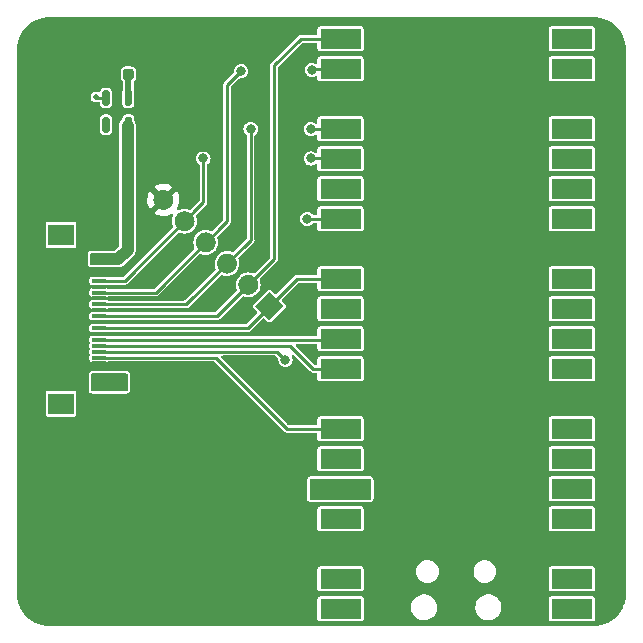
<source format=gbr>
G04 #@! TF.GenerationSoftware,KiCad,Pcbnew,(6.0.9)*
G04 #@! TF.CreationDate,2024-07-14T21:11:06-07:00*
G04 #@! TF.ProjectId,AccArray_PICO,41636341-7272-4617-995f-5049434f2e6b,rev?*
G04 #@! TF.SameCoordinates,Original*
G04 #@! TF.FileFunction,Copper,L1,Top*
G04 #@! TF.FilePolarity,Positive*
%FSLAX46Y46*%
G04 Gerber Fmt 4.6, Leading zero omitted, Abs format (unit mm)*
G04 Created by KiCad (PCBNEW (6.0.9)) date 2024-07-14 21:11:06*
%MOMM*%
%LPD*%
G01*
G04 APERTURE LIST*
G04 #@! TA.AperFunction,SMDPad,CuDef*
%ADD10R,1.300000X0.300000*%
G04 #@! TD*
G04 #@! TA.AperFunction,SMDPad,CuDef*
%ADD11R,2.200000X1.800000*%
G04 #@! TD*
G04 #@! TA.AperFunction,SMDPad,CuDef*
%ADD12R,3.500000X1.700000*%
G04 #@! TD*
G04 #@! TA.AperFunction,ViaPad*
%ADD13C,0.503200*%
G04 #@! TD*
G04 #@! TA.AperFunction,ViaPad*
%ADD14C,0.800000*%
G04 #@! TD*
G04 #@! TA.AperFunction,Conductor*
%ADD15C,1.000000*%
G04 #@! TD*
G04 #@! TA.AperFunction,Conductor*
%ADD16C,0.250000*%
G04 #@! TD*
G04 #@! TA.AperFunction,Conductor*
%ADD17C,0.500000*%
G04 #@! TD*
G04 APERTURE END LIST*
G04 #@! TO.P,J2,6,Pin_6*
G04 #@! TO.N,GND*
G04 #@! TA.AperFunction,ComponentPad*
G36*
G01*
X139212887Y-82110805D02*
X139212887Y-82110805D01*
G75*
G02*
X139212887Y-83312887I-601041J-601041D01*
G01*
X139212887Y-83312887D01*
G75*
G02*
X138010805Y-83312887I-601041J601041D01*
G01*
X138010805Y-83312887D01*
G75*
G02*
X138010805Y-82110805I601041J601041D01*
G01*
X138010805Y-82110805D01*
G75*
G02*
X139212887Y-82110805I601041J-601041D01*
G01*
G37*
G04 #@! TD.AperFunction*
G04 #@! TO.P,J2,5,Pin_5*
G04 #@! TO.N,FPGA_SI*
G04 #@! TA.AperFunction,ComponentPad*
G36*
G01*
X141008938Y-83906856D02*
X141008938Y-83906856D01*
G75*
G02*
X141008938Y-85108938I-601041J-601041D01*
G01*
X141008938Y-85108938D01*
G75*
G02*
X139806856Y-85108938I-601041J601041D01*
G01*
X139806856Y-85108938D01*
G75*
G02*
X139806856Y-83906856I601041J601041D01*
G01*
X139806856Y-83906856D01*
G75*
G02*
X141008938Y-83906856I601041J-601041D01*
G01*
G37*
G04 #@! TD.AperFunction*
G04 #@! TO.P,J2,4,Pin_4*
G04 #@! TO.N,FPGA_CS*
G04 #@! TA.AperFunction,ComponentPad*
G36*
G01*
X142804989Y-85702907D02*
X142804989Y-85702907D01*
G75*
G02*
X142804989Y-86904989I-601041J-601041D01*
G01*
X142804989Y-86904989D01*
G75*
G02*
X141602907Y-86904989I-601041J601041D01*
G01*
X141602907Y-86904989D01*
G75*
G02*
X141602907Y-85702907I601041J601041D01*
G01*
X141602907Y-85702907D01*
G75*
G02*
X142804989Y-85702907I601041J-601041D01*
G01*
G37*
G04 #@! TD.AperFunction*
G04 #@! TO.P,J2,3,Pin_3*
G04 #@! TO.N,FPGA_SCK*
G04 #@! TA.AperFunction,ComponentPad*
G36*
G01*
X144601041Y-87498959D02*
X144601041Y-87498959D01*
G75*
G02*
X144601041Y-88701041I-601041J-601041D01*
G01*
X144601041Y-88701041D01*
G75*
G02*
X143398959Y-88701041I-601041J601041D01*
G01*
X143398959Y-88701041D01*
G75*
G02*
X143398959Y-87498959I601041J601041D01*
G01*
X143398959Y-87498959D01*
G75*
G02*
X144601041Y-87498959I601041J-601041D01*
G01*
G37*
G04 #@! TD.AperFunction*
G04 #@! TO.P,J2,2,Pin_2*
G04 #@! TO.N,FPGA_SO*
G04 #@! TA.AperFunction,ComponentPad*
G36*
G01*
X146397092Y-89295010D02*
X146397092Y-89295010D01*
G75*
G02*
X146397092Y-90497092I-601041J-601041D01*
G01*
X146397092Y-90497092D01*
G75*
G02*
X145195010Y-90497092I-601041J601041D01*
G01*
X145195010Y-90497092D01*
G75*
G02*
X145195010Y-89295010I601041J601041D01*
G01*
X145195010Y-89295010D01*
G75*
G02*
X146397092Y-89295010I601041J-601041D01*
G01*
G37*
G04 #@! TD.AperFunction*
G04 #@! TA.AperFunction,ComponentPad*
G04 #@! TO.P,J2,1,Pin_1*
G04 #@! TO.N,FSYNC*
G36*
X147592102Y-90490020D02*
G01*
X148794184Y-91692102D01*
X147592102Y-92894184D01*
X146390020Y-91692102D01*
X147592102Y-90490020D01*
G37*
G04 #@! TD.AperFunction*
G04 #@! TD*
D10*
G04 #@! TO.P,J1,1,Pin_1*
G04 #@! TO.N,+1V2*
X133200000Y-87550000D03*
G04 #@! TO.P,J1,2,Pin_2*
X133200000Y-88050000D03*
G04 #@! TO.P,J1,3,Pin_3*
G04 #@! TO.N,GND*
X133200000Y-88550000D03*
G04 #@! TO.P,J1,4,Pin_4*
X133200000Y-89050000D03*
G04 #@! TO.P,J1,5,Pin_5*
G04 #@! TO.N,FPGA_SI*
X133200000Y-89550000D03*
G04 #@! TO.P,J1,6,Pin_6*
G04 #@! TO.N,GND*
X133200000Y-90050000D03*
G04 #@! TO.P,J1,7,Pin_7*
G04 #@! TO.N,FPGA_CS*
X133200000Y-90550000D03*
G04 #@! TO.P,J1,8,Pin_8*
G04 #@! TO.N,GND*
X133200000Y-91050000D03*
G04 #@! TO.P,J1,9,Pin_9*
G04 #@! TO.N,FPGA_SCK*
X133200000Y-91550000D03*
G04 #@! TO.P,J1,10,Pin_10*
G04 #@! TO.N,GND*
X133200000Y-92050000D03*
G04 #@! TO.P,J1,11,Pin_11*
G04 #@! TO.N,FPGA_SO*
X133200000Y-92550000D03*
G04 #@! TO.P,J1,12,Pin_12*
G04 #@! TO.N,GND*
X133200000Y-93050000D03*
G04 #@! TO.P,J1,13,Pin_13*
G04 #@! TO.N,FSYNC*
X133200000Y-93550000D03*
G04 #@! TO.P,J1,14,Pin_14*
G04 #@! TO.N,GND*
X133200000Y-94050000D03*
G04 #@! TO.P,J1,15,Pin_15*
G04 #@! TO.N,FPGA_CDONE*
X133200000Y-94550000D03*
G04 #@! TO.P,J1,16,Pin_16*
G04 #@! TO.N,FPGA_RST*
X133200000Y-95050000D03*
G04 #@! TO.P,J1,17,Pin_17*
G04 #@! TO.N,IMU_CS*
X133200000Y-95550000D03*
G04 #@! TO.P,J1,18,Pin_18*
G04 #@! TO.N,IMU1_INT*
X133200000Y-96050000D03*
G04 #@! TO.P,J1,19,Pin_19*
G04 #@! TO.N,GND*
X133200000Y-96550000D03*
G04 #@! TO.P,J1,20,Pin_20*
X133200000Y-97050000D03*
G04 #@! TO.P,J1,21,Pin_21*
G04 #@! TO.N,+3V3*
X133200000Y-97550000D03*
G04 #@! TO.P,J1,22,Pin_22*
X133200000Y-98050000D03*
D11*
G04 #@! TO.P,J1,MP*
G04 #@! TO.N,N/C*
X129950000Y-85650000D03*
X129950000Y-99950000D03*
G04 #@! TD*
G04 #@! TO.P,U2,1,IN*
G04 #@! TO.N,+3V3*
G04 #@! TA.AperFunction,SMDPad,CuDef*
G36*
G01*
X135500000Y-73400000D02*
X135800000Y-73400000D01*
G75*
G02*
X135950000Y-73550000I0J-150000D01*
G01*
X135950000Y-74575000D01*
G75*
G02*
X135800000Y-74725000I-150000J0D01*
G01*
X135500000Y-74725000D01*
G75*
G02*
X135350000Y-74575000I0J150000D01*
G01*
X135350000Y-73550000D01*
G75*
G02*
X135500000Y-73400000I150000J0D01*
G01*
G37*
G04 #@! TD.AperFunction*
G04 #@! TO.P,U2,2,GND*
G04 #@! TO.N,GND*
G04 #@! TA.AperFunction,SMDPad,CuDef*
G36*
G01*
X134550000Y-73400000D02*
X134850000Y-73400000D01*
G75*
G02*
X135000000Y-73550000I0J-150000D01*
G01*
X135000000Y-74575000D01*
G75*
G02*
X134850000Y-74725000I-150000J0D01*
G01*
X134550000Y-74725000D01*
G75*
G02*
X134400000Y-74575000I0J150000D01*
G01*
X134400000Y-73550000D01*
G75*
G02*
X134550000Y-73400000I150000J0D01*
G01*
G37*
G04 #@! TD.AperFunction*
G04 #@! TO.P,U2,3,EN*
G04 #@! TO.N,+3V3*
G04 #@! TA.AperFunction,SMDPad,CuDef*
G36*
G01*
X133600000Y-73400000D02*
X133900000Y-73400000D01*
G75*
G02*
X134050000Y-73550000I0J-150000D01*
G01*
X134050000Y-74575000D01*
G75*
G02*
X133900000Y-74725000I-150000J0D01*
G01*
X133600000Y-74725000D01*
G75*
G02*
X133450000Y-74575000I0J150000D01*
G01*
X133450000Y-73550000D01*
G75*
G02*
X133600000Y-73400000I150000J0D01*
G01*
G37*
G04 #@! TD.AperFunction*
G04 #@! TO.P,U2,4,NC*
G04 #@! TO.N,unconnected-(U2-Pad4)*
G04 #@! TA.AperFunction,SMDPad,CuDef*
G36*
G01*
X133600000Y-75675000D02*
X133900000Y-75675000D01*
G75*
G02*
X134050000Y-75825000I0J-150000D01*
G01*
X134050000Y-76850000D01*
G75*
G02*
X133900000Y-77000000I-150000J0D01*
G01*
X133600000Y-77000000D01*
G75*
G02*
X133450000Y-76850000I0J150000D01*
G01*
X133450000Y-75825000D01*
G75*
G02*
X133600000Y-75675000I150000J0D01*
G01*
G37*
G04 #@! TD.AperFunction*
G04 #@! TO.P,U2,5,OUT*
G04 #@! TO.N,+1V2*
G04 #@! TA.AperFunction,SMDPad,CuDef*
G36*
G01*
X135500000Y-75675000D02*
X135800000Y-75675000D01*
G75*
G02*
X135950000Y-75825000I0J-150000D01*
G01*
X135950000Y-76850000D01*
G75*
G02*
X135800000Y-77000000I-150000J0D01*
G01*
X135500000Y-77000000D01*
G75*
G02*
X135350000Y-76850000I0J150000D01*
G01*
X135350000Y-75825000D01*
G75*
G02*
X135500000Y-75675000I150000J0D01*
G01*
G37*
G04 #@! TD.AperFunction*
G04 #@! TD*
G04 #@! TO.P,C2,1*
G04 #@! TO.N,+1V2*
G04 #@! TA.AperFunction,SMDPad,CuDef*
G36*
G01*
X136025000Y-78030000D02*
X136025000Y-78530000D01*
G75*
G02*
X135800000Y-78755000I-225000J0D01*
G01*
X135350000Y-78755000D01*
G75*
G02*
X135125000Y-78530000I0J225000D01*
G01*
X135125000Y-78030000D01*
G75*
G02*
X135350000Y-77805000I225000J0D01*
G01*
X135800000Y-77805000D01*
G75*
G02*
X136025000Y-78030000I0J-225000D01*
G01*
G37*
G04 #@! TD.AperFunction*
G04 #@! TO.P,C2,2*
G04 #@! TO.N,GND*
G04 #@! TA.AperFunction,SMDPad,CuDef*
G36*
G01*
X134475000Y-78030000D02*
X134475000Y-78530000D01*
G75*
G02*
X134250000Y-78755000I-225000J0D01*
G01*
X133800000Y-78755000D01*
G75*
G02*
X133575000Y-78530000I0J225000D01*
G01*
X133575000Y-78030000D01*
G75*
G02*
X133800000Y-77805000I225000J0D01*
G01*
X134250000Y-77805000D01*
G75*
G02*
X134475000Y-78030000I0J-225000D01*
G01*
G37*
G04 #@! TD.AperFunction*
G04 #@! TD*
G04 #@! TO.P,C1,1*
G04 #@! TO.N,GND*
G04 #@! TA.AperFunction,SMDPad,CuDef*
G36*
G01*
X133645000Y-72330000D02*
X133645000Y-71830000D01*
G75*
G02*
X133870000Y-71605000I225000J0D01*
G01*
X134320000Y-71605000D01*
G75*
G02*
X134545000Y-71830000I0J-225000D01*
G01*
X134545000Y-72330000D01*
G75*
G02*
X134320000Y-72555000I-225000J0D01*
G01*
X133870000Y-72555000D01*
G75*
G02*
X133645000Y-72330000I0J225000D01*
G01*
G37*
G04 #@! TD.AperFunction*
G04 #@! TO.P,C1,2*
G04 #@! TO.N,+3V3*
G04 #@! TA.AperFunction,SMDPad,CuDef*
G36*
G01*
X135195000Y-72330000D02*
X135195000Y-71830000D01*
G75*
G02*
X135420000Y-71605000I225000J0D01*
G01*
X135870000Y-71605000D01*
G75*
G02*
X136095000Y-71830000I0J-225000D01*
G01*
X136095000Y-72330000D01*
G75*
G02*
X135870000Y-72555000I-225000J0D01*
G01*
X135420000Y-72555000D01*
G75*
G02*
X135195000Y-72330000I0J225000D01*
G01*
G37*
G04 #@! TD.AperFunction*
G04 #@! TD*
D12*
G04 #@! TO.P,U1,1,GPIO0*
G04 #@! TO.N,unconnected-(U1-Pad1)*
X173190000Y-117330000D03*
G04 #@! TO.P,U1,2,GPIO1*
G04 #@! TO.N,unconnected-(U1-Pad2)*
X173190000Y-114790000D03*
G04 #@! TO.P,U1,3,GND*
G04 #@! TO.N,GND*
X173190000Y-112250000D03*
G04 #@! TO.P,U1,4,GPIO2*
G04 #@! TO.N,unconnected-(U1-Pad4)*
X173190000Y-109710000D03*
G04 #@! TO.P,U1,5,GPIO3*
G04 #@! TO.N,unconnected-(U1-Pad5)*
X173190000Y-107170000D03*
G04 #@! TO.P,U1,6,GPIO4*
G04 #@! TO.N,unconnected-(U1-Pad6)*
X173190000Y-104630000D03*
G04 #@! TO.P,U1,7,GPIO5*
G04 #@! TO.N,unconnected-(U1-Pad7)*
X173190000Y-102090000D03*
G04 #@! TO.P,U1,8,GND*
G04 #@! TO.N,GND*
X173190000Y-99550000D03*
G04 #@! TO.P,U1,9,GPIO6*
G04 #@! TO.N,unconnected-(U1-Pad9)*
X173190000Y-97010000D03*
G04 #@! TO.P,U1,10,GPIO7*
G04 #@! TO.N,unconnected-(U1-Pad10)*
X173190000Y-94470000D03*
G04 #@! TO.P,U1,11,GPIO8*
G04 #@! TO.N,unconnected-(U1-Pad11)*
X173190000Y-91930000D03*
G04 #@! TO.P,U1,12,GPIO9*
G04 #@! TO.N,unconnected-(U1-Pad12)*
X173190000Y-89390000D03*
G04 #@! TO.P,U1,13,GND*
G04 #@! TO.N,GND*
X173190000Y-86850000D03*
G04 #@! TO.P,U1,14,GPIO10*
G04 #@! TO.N,unconnected-(U1-Pad14)*
X173190000Y-84310000D03*
G04 #@! TO.P,U1,15,GPIO11*
G04 #@! TO.N,unconnected-(U1-Pad15)*
X173190000Y-81770000D03*
G04 #@! TO.P,U1,16,GPIO12*
G04 #@! TO.N,unconnected-(U1-Pad16)*
X173190000Y-79230000D03*
G04 #@! TO.P,U1,17,GPIO13*
G04 #@! TO.N,unconnected-(U1-Pad17)*
X173190000Y-76690000D03*
G04 #@! TO.P,U1,18,GND*
G04 #@! TO.N,GND*
X173190000Y-74150000D03*
G04 #@! TO.P,U1,19,GPIO14*
G04 #@! TO.N,unconnected-(U1-Pad19)*
X173190000Y-71610000D03*
G04 #@! TO.P,U1,20,GPIO15*
G04 #@! TO.N,unconnected-(U1-Pad20)*
X173190000Y-69070000D03*
G04 #@! TO.P,U1,21,GPIO16*
G04 #@! TO.N,FPGA_SO*
X153610000Y-69070000D03*
G04 #@! TO.P,U1,22,GPIO17*
G04 #@! TO.N,FPGA_CS*
X153610000Y-71610000D03*
G04 #@! TO.P,U1,23,GND*
G04 #@! TO.N,GND*
X153610000Y-74150000D03*
G04 #@! TO.P,U1,24,GPIO18*
G04 #@! TO.N,FPGA_SCK*
X153610000Y-76690000D03*
G04 #@! TO.P,U1,25,GPIO19*
G04 #@! TO.N,FPGA_SI*
X153610000Y-79230000D03*
G04 #@! TO.P,U1,26,GPIO20*
G04 #@! TO.N,unconnected-(U1-Pad26)*
X153610000Y-81770000D03*
G04 #@! TO.P,U1,27,GPIO21*
G04 #@! TO.N,IMU_CS*
X153610000Y-84310000D03*
G04 #@! TO.P,U1,28,GND*
G04 #@! TO.N,GND*
X153610000Y-86850000D03*
G04 #@! TO.P,U1,29,GPIO22*
G04 #@! TO.N,FSYNC*
X153610000Y-89390000D03*
G04 #@! TO.P,U1,30,RUN*
G04 #@! TO.N,unconnected-(U1-Pad30)*
X153610000Y-91930000D03*
G04 #@! TO.P,U1,31,GPIO26_ADC0*
G04 #@! TO.N,FPGA_CDONE*
X153610000Y-94470000D03*
G04 #@! TO.P,U1,32,GPIO27_ADC1*
G04 #@! TO.N,FPGA_RST*
X153610000Y-97010000D03*
G04 #@! TO.P,U1,33,AGND*
G04 #@! TO.N,GND*
X153610000Y-99550000D03*
G04 #@! TO.P,U1,34,GPIO28_ADC2*
G04 #@! TO.N,IMU1_INT*
X153610000Y-102090000D03*
G04 #@! TO.P,U1,35,ADC_VREF*
G04 #@! TO.N,unconnected-(U1-Pad35)*
X153610000Y-104630000D03*
G04 #@! TO.P,U1,36,3V3*
G04 #@! TO.N,+3V3*
X153610000Y-107170000D03*
G04 #@! TO.P,U1,37,3V3_EN*
G04 #@! TO.N,unconnected-(U1-Pad37)*
X153610000Y-109710000D03*
G04 #@! TO.P,U1,38,GND*
G04 #@! TO.N,GND*
X153610000Y-112250000D03*
G04 #@! TO.P,U1,39,VSYS*
G04 #@! TO.N,+5V*
X153610000Y-114790000D03*
G04 #@! TO.P,U1,40,VBUS*
G04 #@! TO.N,VBUS*
X153610000Y-117330000D03*
G04 #@! TD*
D13*
G04 #@! TO.N,GND*
X134700000Y-73000000D03*
G04 #@! TO.N,+3V3*
X155900000Y-107700000D03*
X155900000Y-106700000D03*
X151300000Y-107700000D03*
X151300000Y-106700000D03*
X135300000Y-97800000D03*
X135300000Y-98600000D03*
X134400000Y-98600000D03*
X134400000Y-97800000D03*
G04 #@! TO.N,GND*
X175500000Y-112800000D03*
X175500000Y-111800000D03*
X170900000Y-112800000D03*
X170900000Y-111800000D03*
X171000000Y-100100000D03*
X171000000Y-99100000D03*
X175400000Y-100100000D03*
X175400000Y-99100000D03*
X171000000Y-87500000D03*
X171000000Y-86500000D03*
X175300000Y-87500000D03*
X175300000Y-86500000D03*
X171000000Y-74800000D03*
X171000000Y-73800000D03*
X175400000Y-74700000D03*
X175400000Y-73700000D03*
X155800000Y-74800000D03*
X155800000Y-73800000D03*
X151300000Y-74700000D03*
X151300000Y-73700000D03*
X151300000Y-87400000D03*
X151300000Y-86400000D03*
X155900000Y-87400000D03*
X155900000Y-86400000D03*
X155800000Y-100100000D03*
X155800000Y-99100000D03*
X151300000Y-100100000D03*
X151300000Y-99100000D03*
X151300000Y-112700000D03*
X151300000Y-111700000D03*
X156000000Y-112700000D03*
X156000000Y-111700000D03*
X134700000Y-96800000D03*
X131900000Y-96800000D03*
X131900000Y-94200000D03*
X131900000Y-93100000D03*
X131900000Y-92100000D03*
X131900000Y-91100000D03*
X131900000Y-90000000D03*
X131900000Y-88800000D03*
X134500000Y-88800000D03*
X133000000Y-78800000D03*
X133000000Y-77800000D03*
X134700000Y-75200000D03*
X133000000Y-72100000D03*
X134100000Y-71100000D03*
G04 #@! TO.N,+3V3*
X132900000Y-74000000D03*
X135650000Y-73050000D03*
D14*
G04 #@! TO.N,IMU_CS*
X148950000Y-96250000D03*
X150790000Y-84310000D03*
G04 #@! TO.N,FPGA_SI*
X151100000Y-79200000D03*
X142000000Y-79200000D03*
G04 #@! TO.N,FPGA_CS*
X151200000Y-71700000D03*
X145200000Y-71800000D03*
G04 #@! TO.N,FPGA_SCK*
X151100000Y-76700000D03*
X146000000Y-76700000D03*
G04 #@! TD*
D15*
G04 #@! TO.N,+1V2*
X134800000Y-87700000D02*
X133800000Y-87700000D01*
X135575000Y-76412500D02*
X135575000Y-86925000D01*
X135575000Y-86925000D02*
X134800000Y-87700000D01*
D16*
G04 #@! TO.N,IMU1_INT*
X149090000Y-102090000D02*
X154510000Y-102090000D01*
X143050000Y-96050000D02*
X149090000Y-102090000D01*
X133200000Y-96050000D02*
X143050000Y-96050000D01*
D17*
G04 #@! TO.N,+1V2*
X135650000Y-78205000D02*
X135650000Y-76337500D01*
X135575000Y-78280000D02*
X135650000Y-78205000D01*
X135650000Y-78355000D02*
X135575000Y-78280000D01*
X135650000Y-86050000D02*
X135650000Y-78355000D01*
X133500000Y-87800000D02*
X133900000Y-87800000D01*
G04 #@! TO.N,+3V3*
X135645000Y-74057500D02*
X135650000Y-74062500D01*
X135645000Y-72080000D02*
X135645000Y-74057500D01*
D16*
G04 #@! TO.N,FPGA_SO*
X148000000Y-87692102D02*
X143142102Y-92550000D01*
X150230000Y-69070000D02*
X148000000Y-71300000D01*
X154510000Y-69070000D02*
X150230000Y-69070000D01*
X148000000Y-71300000D02*
X148000000Y-87692102D01*
X143142102Y-92550000D02*
X133200000Y-92550000D01*
G04 #@! TO.N,+3V3*
X132962500Y-74062500D02*
X132900000Y-74000000D01*
X133750000Y-74062500D02*
X132962500Y-74062500D01*
G04 #@! TO.N,FPGA_RST*
X149350000Y-95050000D02*
X151310000Y-97010000D01*
X133200000Y-95050000D02*
X149350000Y-95050000D01*
X151310000Y-97010000D02*
X154510000Y-97010000D01*
G04 #@! TO.N,IMU_CS*
X148250000Y-95550000D02*
X133200000Y-95550000D01*
X148950000Y-96250000D02*
X148250000Y-95550000D01*
G04 #@! TO.N,FPGA_CS*
X144000000Y-73000000D02*
X145200000Y-71800000D01*
X137957896Y-90550000D02*
X144000000Y-84507896D01*
X144000000Y-84507896D02*
X144000000Y-73000000D01*
X133200000Y-90550000D02*
X137957896Y-90550000D01*
G04 #@! TO.N,FPGA_SCK*
X146000000Y-76700000D02*
X146000000Y-86100000D01*
X146000000Y-86100000D02*
X140550000Y-91550000D01*
X140550000Y-91550000D02*
X133200000Y-91550000D01*
G04 #@! TO.N,IMU_CS*
X150790000Y-84310000D02*
X154510000Y-84310000D01*
G04 #@! TO.N,FPGA_SI*
X135365794Y-89550000D02*
X133200000Y-89550000D01*
X142000000Y-82915794D02*
X135365794Y-89550000D01*
X142000000Y-79200000D02*
X142000000Y-82915794D01*
G04 #@! TO.N,FSYNC*
X149894204Y-89390000D02*
X154510000Y-89390000D01*
X145734204Y-93550000D02*
X149894204Y-89390000D01*
X133200000Y-93550000D02*
X145734204Y-93550000D01*
G04 #@! TO.N,FPGA_CDONE*
X154430000Y-94550000D02*
X154510000Y-94470000D01*
X133200000Y-94550000D02*
X154430000Y-94550000D01*
G04 #@! TO.N,FPGA_SI*
X154480000Y-79200000D02*
X154510000Y-79230000D01*
X151100000Y-79200000D02*
X154480000Y-79200000D01*
G04 #@! TO.N,FPGA_CS*
X151290000Y-71610000D02*
X154510000Y-71610000D01*
X151200000Y-71700000D02*
X151290000Y-71610000D01*
G04 #@! TO.N,FPGA_SCK*
X154500000Y-76700000D02*
X154510000Y-76690000D01*
X151100000Y-76700000D02*
X154500000Y-76700000D01*
G04 #@! TD*
G04 #@! TA.AperFunction,Conductor*
G04 #@! TO.N,+3V3*
G36*
X135542121Y-97420002D02*
G01*
X135588614Y-97473658D01*
X135600000Y-97526000D01*
X135600000Y-98774000D01*
X135579998Y-98842121D01*
X135526342Y-98888614D01*
X135474000Y-98900000D01*
X132626000Y-98900000D01*
X132557879Y-98879998D01*
X132511386Y-98826342D01*
X132500000Y-98774000D01*
X132500000Y-97526500D01*
X132520002Y-97458379D01*
X132573658Y-97411886D01*
X132626000Y-97400500D01*
X133869748Y-97400500D01*
X133871422Y-97400167D01*
X133874826Y-97400000D01*
X135474000Y-97400000D01*
X135542121Y-97420002D01*
G37*
G04 #@! TD.AperFunction*
G04 #@! TD*
G04 #@! TA.AperFunction,Conductor*
G04 #@! TO.N,+1V2*
G36*
X134442121Y-87220002D02*
G01*
X134488614Y-87273658D01*
X134500000Y-87326000D01*
X134500000Y-88074000D01*
X134479998Y-88142121D01*
X134426342Y-88188614D01*
X134374000Y-88200000D01*
X133874826Y-88200000D01*
X133871422Y-88199833D01*
X133869748Y-88199500D01*
X132530252Y-88199500D01*
X132530252Y-88197775D01*
X132468602Y-88186086D01*
X132417072Y-88137249D01*
X132400000Y-88073919D01*
X132400000Y-87326000D01*
X132420002Y-87257879D01*
X132473658Y-87211386D01*
X132526000Y-87200000D01*
X134374000Y-87200000D01*
X134442121Y-87220002D01*
G37*
G04 #@! TD.AperFunction*
G04 #@! TD*
G04 #@! TA.AperFunction,Conductor*
G04 #@! TO.N,GND*
G36*
X174980242Y-67202466D02*
G01*
X174985811Y-67202476D01*
X174999641Y-67205656D01*
X175013481Y-67202524D01*
X175027670Y-67202549D01*
X175027669Y-67203161D01*
X175035608Y-67202500D01*
X175185047Y-67210892D01*
X175306384Y-67217706D01*
X175320416Y-67219287D01*
X175615972Y-67269504D01*
X175629743Y-67272647D01*
X175917820Y-67355641D01*
X175931151Y-67360306D01*
X176208125Y-67475032D01*
X176220848Y-67481159D01*
X176332841Y-67543056D01*
X176483228Y-67626172D01*
X176495192Y-67633689D01*
X176739691Y-67807170D01*
X176750738Y-67815980D01*
X176974269Y-68015740D01*
X176984259Y-68025730D01*
X177019854Y-68065561D01*
X177184020Y-68249262D01*
X177192830Y-68260309D01*
X177366311Y-68504808D01*
X177373828Y-68516772D01*
X177456944Y-68667159D01*
X177517524Y-68776768D01*
X177518839Y-68779148D01*
X177524968Y-68791875D01*
X177538793Y-68825250D01*
X177639692Y-69068843D01*
X177644359Y-69082180D01*
X177727353Y-69370257D01*
X177730496Y-69384028D01*
X177778235Y-69664998D01*
X177780712Y-69679579D01*
X177782294Y-69693616D01*
X177796458Y-69945816D01*
X177797469Y-69963825D01*
X177796803Y-69971621D01*
X177797549Y-69971622D01*
X177797524Y-69985813D01*
X177794344Y-69999641D01*
X177797475Y-70013480D01*
X177797467Y-70018311D01*
X177799500Y-70036504D01*
X177799500Y-115962920D01*
X177797534Y-115980242D01*
X177797524Y-115985811D01*
X177794344Y-115999641D01*
X177797476Y-116013481D01*
X177797451Y-116027670D01*
X177796839Y-116027669D01*
X177797500Y-116035608D01*
X177792117Y-116131465D01*
X177783804Y-116279500D01*
X177782294Y-116306380D01*
X177780713Y-116320416D01*
X177757985Y-116454184D01*
X177730497Y-116615968D01*
X177727353Y-116629743D01*
X177675569Y-116809490D01*
X177644359Y-116917820D01*
X177639694Y-116931151D01*
X177524970Y-117208121D01*
X177518841Y-117220848D01*
X177473135Y-117303547D01*
X177373828Y-117483228D01*
X177366311Y-117495192D01*
X177192830Y-117739691D01*
X177184020Y-117750738D01*
X176984260Y-117974269D01*
X176974269Y-117984260D01*
X176750738Y-118184020D01*
X176739691Y-118192830D01*
X176495192Y-118366311D01*
X176483228Y-118373828D01*
X176468987Y-118381699D01*
X176220848Y-118518841D01*
X176208125Y-118524968D01*
X175931151Y-118639694D01*
X175917820Y-118644359D01*
X175629743Y-118727353D01*
X175615972Y-118730496D01*
X175320416Y-118780713D01*
X175306384Y-118782294D01*
X175036172Y-118797469D01*
X175028379Y-118796803D01*
X175028378Y-118797549D01*
X175014187Y-118797524D01*
X175000359Y-118794344D01*
X174986520Y-118797475D01*
X174981689Y-118797467D01*
X174963496Y-118799500D01*
X129037080Y-118799500D01*
X129019758Y-118797534D01*
X129014189Y-118797524D01*
X129000359Y-118794344D01*
X128986519Y-118797476D01*
X128972330Y-118797451D01*
X128972331Y-118796839D01*
X128964392Y-118797500D01*
X128814953Y-118789108D01*
X128693616Y-118782294D01*
X128679584Y-118780713D01*
X128384028Y-118730496D01*
X128370257Y-118727353D01*
X128082180Y-118644359D01*
X128068849Y-118639694D01*
X127791875Y-118524968D01*
X127779152Y-118518841D01*
X127531013Y-118381699D01*
X127516772Y-118373828D01*
X127504808Y-118366311D01*
X127270059Y-118199748D01*
X151659500Y-118199748D01*
X151671133Y-118258231D01*
X151715448Y-118324552D01*
X151781769Y-118368867D01*
X151793938Y-118371288D01*
X151793939Y-118371288D01*
X151834184Y-118379293D01*
X151840252Y-118380500D01*
X155379748Y-118380500D01*
X155385816Y-118379293D01*
X155426061Y-118371288D01*
X155426062Y-118371288D01*
X155438231Y-118368867D01*
X155504552Y-118324552D01*
X155548867Y-118258231D01*
X155560500Y-118199748D01*
X155560500Y-117171069D01*
X159570164Y-117171069D01*
X159583392Y-117372894D01*
X159584815Y-117378496D01*
X159614452Y-117495192D01*
X159633178Y-117568928D01*
X159717856Y-117752607D01*
X159834588Y-117917780D01*
X159979466Y-118058913D01*
X160147637Y-118171282D01*
X160152940Y-118173560D01*
X160152943Y-118173562D01*
X160241291Y-118211519D01*
X160333470Y-118251122D01*
X160530740Y-118295760D01*
X160536509Y-118295987D01*
X160536512Y-118295987D01*
X160612683Y-118298979D01*
X160732842Y-118303700D01*
X160819132Y-118291189D01*
X160927286Y-118275508D01*
X160927291Y-118275507D01*
X160933007Y-118274678D01*
X160938479Y-118272820D01*
X160938481Y-118272820D01*
X161119067Y-118211519D01*
X161119069Y-118211518D01*
X161124531Y-118209664D01*
X161301001Y-118110837D01*
X161363433Y-118058913D01*
X161452073Y-117985191D01*
X161456505Y-117981505D01*
X161585837Y-117826001D01*
X161684664Y-117649531D01*
X161737056Y-117495192D01*
X161747820Y-117463481D01*
X161747820Y-117463479D01*
X161749678Y-117458007D01*
X161750507Y-117452291D01*
X161750508Y-117452286D01*
X161778167Y-117261516D01*
X161778700Y-117257842D01*
X161780215Y-117200000D01*
X161777557Y-117171069D01*
X165020164Y-117171069D01*
X165033392Y-117372894D01*
X165034815Y-117378496D01*
X165064452Y-117495192D01*
X165083178Y-117568928D01*
X165167856Y-117752607D01*
X165284588Y-117917780D01*
X165429466Y-118058913D01*
X165597637Y-118171282D01*
X165602940Y-118173560D01*
X165602943Y-118173562D01*
X165691291Y-118211519D01*
X165783470Y-118251122D01*
X165980740Y-118295760D01*
X165986509Y-118295987D01*
X165986512Y-118295987D01*
X166062683Y-118298979D01*
X166182842Y-118303700D01*
X166269132Y-118291189D01*
X166377286Y-118275508D01*
X166377291Y-118275507D01*
X166383007Y-118274678D01*
X166388479Y-118272820D01*
X166388481Y-118272820D01*
X166569067Y-118211519D01*
X166569069Y-118211518D01*
X166574531Y-118209664D01*
X166592237Y-118199748D01*
X171239500Y-118199748D01*
X171251133Y-118258231D01*
X171295448Y-118324552D01*
X171361769Y-118368867D01*
X171373938Y-118371288D01*
X171373939Y-118371288D01*
X171414184Y-118379293D01*
X171420252Y-118380500D01*
X174959748Y-118380500D01*
X174965816Y-118379293D01*
X175006061Y-118371288D01*
X175006062Y-118371288D01*
X175018231Y-118368867D01*
X175084552Y-118324552D01*
X175128867Y-118258231D01*
X175140500Y-118199748D01*
X175140500Y-116460252D01*
X175137220Y-116443762D01*
X175131288Y-116413939D01*
X175131288Y-116413938D01*
X175128867Y-116401769D01*
X175084552Y-116335448D01*
X175018231Y-116291133D01*
X175006062Y-116288712D01*
X175006061Y-116288712D01*
X174965816Y-116280707D01*
X174959748Y-116279500D01*
X171420252Y-116279500D01*
X171414184Y-116280707D01*
X171373939Y-116288712D01*
X171373938Y-116288712D01*
X171361769Y-116291133D01*
X171295448Y-116335448D01*
X171251133Y-116401769D01*
X171248712Y-116413938D01*
X171248712Y-116413939D01*
X171242780Y-116443762D01*
X171239500Y-116460252D01*
X171239500Y-118199748D01*
X166592237Y-118199748D01*
X166751001Y-118110837D01*
X166813433Y-118058913D01*
X166902073Y-117985191D01*
X166906505Y-117981505D01*
X167035837Y-117826001D01*
X167134664Y-117649531D01*
X167187056Y-117495192D01*
X167197820Y-117463481D01*
X167197820Y-117463479D01*
X167199678Y-117458007D01*
X167200507Y-117452291D01*
X167200508Y-117452286D01*
X167228167Y-117261516D01*
X167228700Y-117257842D01*
X167230215Y-117200000D01*
X167211708Y-116998591D01*
X167209389Y-116990366D01*
X167158376Y-116809490D01*
X167156807Y-116803926D01*
X167067351Y-116622527D01*
X167049079Y-116598057D01*
X166949788Y-116465091D01*
X166949787Y-116465090D01*
X166946335Y-116460467D01*
X166923350Y-116439220D01*
X166802053Y-116327094D01*
X166802051Y-116327092D01*
X166797812Y-116323174D01*
X166770374Y-116305862D01*
X166631637Y-116218325D01*
X166626757Y-116215246D01*
X166438898Y-116140298D01*
X166240526Y-116100839D01*
X166234752Y-116100763D01*
X166234748Y-116100763D01*
X166132257Y-116099422D01*
X166038286Y-116098192D01*
X166032589Y-116099171D01*
X166032588Y-116099171D01*
X165844646Y-116131465D01*
X165844645Y-116131465D01*
X165838949Y-116132444D01*
X165649193Y-116202449D01*
X165644232Y-116205401D01*
X165644231Y-116205401D01*
X165504198Y-116288712D01*
X165475371Y-116305862D01*
X165323305Y-116439220D01*
X165198089Y-116598057D01*
X165103914Y-116777053D01*
X165043937Y-116970213D01*
X165020164Y-117171069D01*
X161777557Y-117171069D01*
X161761708Y-116998591D01*
X161759389Y-116990366D01*
X161708376Y-116809490D01*
X161706807Y-116803926D01*
X161617351Y-116622527D01*
X161599079Y-116598057D01*
X161499788Y-116465091D01*
X161499787Y-116465090D01*
X161496335Y-116460467D01*
X161473350Y-116439220D01*
X161352053Y-116327094D01*
X161352051Y-116327092D01*
X161347812Y-116323174D01*
X161320374Y-116305862D01*
X161181637Y-116218325D01*
X161176757Y-116215246D01*
X160988898Y-116140298D01*
X160790526Y-116100839D01*
X160784752Y-116100763D01*
X160784748Y-116100763D01*
X160682257Y-116099422D01*
X160588286Y-116098192D01*
X160582589Y-116099171D01*
X160582588Y-116099171D01*
X160394646Y-116131465D01*
X160394645Y-116131465D01*
X160388949Y-116132444D01*
X160199193Y-116202449D01*
X160194232Y-116205401D01*
X160194231Y-116205401D01*
X160054198Y-116288712D01*
X160025371Y-116305862D01*
X159873305Y-116439220D01*
X159748089Y-116598057D01*
X159653914Y-116777053D01*
X159593937Y-116970213D01*
X159570164Y-117171069D01*
X155560500Y-117171069D01*
X155560500Y-116460252D01*
X155557220Y-116443762D01*
X155551288Y-116413939D01*
X155551288Y-116413938D01*
X155548867Y-116401769D01*
X155504552Y-116335448D01*
X155438231Y-116291133D01*
X155426062Y-116288712D01*
X155426061Y-116288712D01*
X155385816Y-116280707D01*
X155379748Y-116279500D01*
X151840252Y-116279500D01*
X151834184Y-116280707D01*
X151793939Y-116288712D01*
X151793938Y-116288712D01*
X151781769Y-116291133D01*
X151715448Y-116335448D01*
X151671133Y-116401769D01*
X151668712Y-116413938D01*
X151668712Y-116413939D01*
X151662780Y-116443762D01*
X151659500Y-116460252D01*
X151659500Y-118199748D01*
X127270059Y-118199748D01*
X127260309Y-118192830D01*
X127249262Y-118184020D01*
X127025731Y-117984260D01*
X127015740Y-117974269D01*
X126815980Y-117750738D01*
X126807170Y-117739691D01*
X126633689Y-117495192D01*
X126626172Y-117483228D01*
X126526865Y-117303547D01*
X126481159Y-117220848D01*
X126475030Y-117208121D01*
X126360306Y-116931151D01*
X126355641Y-116917820D01*
X126324432Y-116809490D01*
X126272647Y-116629743D01*
X126269503Y-116615968D01*
X126242015Y-116454184D01*
X126219287Y-116320416D01*
X126217706Y-116306380D01*
X126202548Y-116036456D01*
X126204382Y-116014897D01*
X126203227Y-116014764D01*
X126204043Y-116007674D01*
X126205655Y-116000718D01*
X126205656Y-116000000D01*
X126203654Y-115991225D01*
X126200500Y-115963210D01*
X126200500Y-115659748D01*
X151659500Y-115659748D01*
X151671133Y-115718231D01*
X151715448Y-115784552D01*
X151781769Y-115828867D01*
X151793938Y-115831288D01*
X151793939Y-115831288D01*
X151834184Y-115839293D01*
X151840252Y-115840500D01*
X155379748Y-115840500D01*
X155385816Y-115839293D01*
X155426061Y-115831288D01*
X155426062Y-115831288D01*
X155438231Y-115828867D01*
X155504552Y-115784552D01*
X155548867Y-115718231D01*
X155560500Y-115659748D01*
X171239500Y-115659748D01*
X171251133Y-115718231D01*
X171295448Y-115784552D01*
X171361769Y-115828867D01*
X171373938Y-115831288D01*
X171373939Y-115831288D01*
X171414184Y-115839293D01*
X171420252Y-115840500D01*
X174959748Y-115840500D01*
X174965816Y-115839293D01*
X175006061Y-115831288D01*
X175006062Y-115831288D01*
X175018231Y-115828867D01*
X175084552Y-115784552D01*
X175128867Y-115718231D01*
X175140500Y-115659748D01*
X175140500Y-113920252D01*
X175128867Y-113861769D01*
X175084552Y-113795448D01*
X175018231Y-113751133D01*
X175006062Y-113748712D01*
X175006061Y-113748712D01*
X174965816Y-113740707D01*
X174959748Y-113739500D01*
X171420252Y-113739500D01*
X171414184Y-113740707D01*
X171373939Y-113748712D01*
X171373938Y-113748712D01*
X171361769Y-113751133D01*
X171295448Y-113795448D01*
X171251133Y-113861769D01*
X171239500Y-113920252D01*
X171239500Y-115659748D01*
X155560500Y-115659748D01*
X155560500Y-114156665D01*
X160019994Y-114156665D01*
X160035592Y-114342414D01*
X160086971Y-114521595D01*
X160172176Y-114687385D01*
X160287959Y-114833468D01*
X160429912Y-114954279D01*
X160592627Y-115045217D01*
X160769907Y-115102819D01*
X160954998Y-115124890D01*
X160961133Y-115124418D01*
X160961135Y-115124418D01*
X161134710Y-115111062D01*
X161134715Y-115111061D01*
X161140851Y-115110589D01*
X161146781Y-115108933D01*
X161146783Y-115108933D01*
X161314459Y-115062117D01*
X161314458Y-115062117D01*
X161320387Y-115060462D01*
X161486768Y-114976417D01*
X161511255Y-114957286D01*
X161628794Y-114865454D01*
X161628795Y-114865453D01*
X161633655Y-114861656D01*
X161755454Y-114720550D01*
X161847526Y-114558474D01*
X161906364Y-114381601D01*
X161929727Y-114196668D01*
X161930099Y-114170000D01*
X161928791Y-114156665D01*
X164869994Y-114156665D01*
X164885592Y-114342414D01*
X164936971Y-114521595D01*
X165022176Y-114687385D01*
X165137959Y-114833468D01*
X165279912Y-114954279D01*
X165442627Y-115045217D01*
X165619907Y-115102819D01*
X165804998Y-115124890D01*
X165811133Y-115124418D01*
X165811135Y-115124418D01*
X165984710Y-115111062D01*
X165984715Y-115111061D01*
X165990851Y-115110589D01*
X165996781Y-115108933D01*
X165996783Y-115108933D01*
X166164459Y-115062117D01*
X166164458Y-115062117D01*
X166170387Y-115060462D01*
X166336768Y-114976417D01*
X166361255Y-114957286D01*
X166478794Y-114865454D01*
X166478795Y-114865453D01*
X166483655Y-114861656D01*
X166605454Y-114720550D01*
X166697526Y-114558474D01*
X166756364Y-114381601D01*
X166779727Y-114196668D01*
X166780099Y-114170000D01*
X166761909Y-113984487D01*
X166760128Y-113978588D01*
X166760127Y-113978583D01*
X166709814Y-113811939D01*
X166708033Y-113806040D01*
X166620522Y-113641456D01*
X166616632Y-113636686D01*
X166616629Y-113636682D01*
X166506605Y-113501780D01*
X166506602Y-113501777D01*
X166502710Y-113497005D01*
X166497056Y-113492327D01*
X166363834Y-113382116D01*
X166359085Y-113378187D01*
X166195116Y-113289529D01*
X166106082Y-113261969D01*
X166022936Y-113236231D01*
X166022933Y-113236230D01*
X166017049Y-113234409D01*
X166010924Y-113233765D01*
X166010923Y-113233765D01*
X165837796Y-113215568D01*
X165837795Y-113215568D01*
X165831668Y-113214924D01*
X165753549Y-113222033D01*
X165652171Y-113231259D01*
X165652168Y-113231260D01*
X165646032Y-113231818D01*
X165640122Y-113233557D01*
X165640119Y-113233558D01*
X165473129Y-113282707D01*
X165467214Y-113284448D01*
X165302023Y-113370807D01*
X165156752Y-113487608D01*
X165036935Y-113630401D01*
X165033971Y-113635793D01*
X165033968Y-113635797D01*
X164971893Y-113748712D01*
X164947135Y-113793746D01*
X164945274Y-113799613D01*
X164945273Y-113799615D01*
X164943235Y-113806040D01*
X164890772Y-113971424D01*
X164869994Y-114156665D01*
X161928791Y-114156665D01*
X161911909Y-113984487D01*
X161910128Y-113978588D01*
X161910127Y-113978583D01*
X161859814Y-113811939D01*
X161858033Y-113806040D01*
X161770522Y-113641456D01*
X161766632Y-113636686D01*
X161766629Y-113636682D01*
X161656605Y-113501780D01*
X161656602Y-113501777D01*
X161652710Y-113497005D01*
X161647056Y-113492327D01*
X161513834Y-113382116D01*
X161509085Y-113378187D01*
X161345116Y-113289529D01*
X161256082Y-113261969D01*
X161172936Y-113236231D01*
X161172933Y-113236230D01*
X161167049Y-113234409D01*
X161160924Y-113233765D01*
X161160923Y-113233765D01*
X160987796Y-113215568D01*
X160987795Y-113215568D01*
X160981668Y-113214924D01*
X160903549Y-113222033D01*
X160802171Y-113231259D01*
X160802168Y-113231260D01*
X160796032Y-113231818D01*
X160790122Y-113233557D01*
X160790119Y-113233558D01*
X160623129Y-113282707D01*
X160617214Y-113284448D01*
X160452023Y-113370807D01*
X160306752Y-113487608D01*
X160186935Y-113630401D01*
X160183971Y-113635793D01*
X160183968Y-113635797D01*
X160121893Y-113748712D01*
X160097135Y-113793746D01*
X160095274Y-113799613D01*
X160095273Y-113799615D01*
X160093235Y-113806040D01*
X160040772Y-113971424D01*
X160019994Y-114156665D01*
X155560500Y-114156665D01*
X155560500Y-113920252D01*
X155548867Y-113861769D01*
X155504552Y-113795448D01*
X155438231Y-113751133D01*
X155426062Y-113748712D01*
X155426061Y-113748712D01*
X155385816Y-113740707D01*
X155379748Y-113739500D01*
X151840252Y-113739500D01*
X151834184Y-113740707D01*
X151793939Y-113748712D01*
X151793938Y-113748712D01*
X151781769Y-113751133D01*
X151715448Y-113795448D01*
X151671133Y-113861769D01*
X151659500Y-113920252D01*
X151659500Y-115659748D01*
X126200500Y-115659748D01*
X126200500Y-110579748D01*
X151659500Y-110579748D01*
X151671133Y-110638231D01*
X151715448Y-110704552D01*
X151781769Y-110748867D01*
X151793938Y-110751288D01*
X151793939Y-110751288D01*
X151834184Y-110759293D01*
X151840252Y-110760500D01*
X155379748Y-110760500D01*
X155385816Y-110759293D01*
X155426061Y-110751288D01*
X155426062Y-110751288D01*
X155438231Y-110748867D01*
X155504552Y-110704552D01*
X155548867Y-110638231D01*
X155560500Y-110579748D01*
X171239500Y-110579748D01*
X171251133Y-110638231D01*
X171295448Y-110704552D01*
X171361769Y-110748867D01*
X171373938Y-110751288D01*
X171373939Y-110751288D01*
X171414184Y-110759293D01*
X171420252Y-110760500D01*
X174959748Y-110760500D01*
X174965816Y-110759293D01*
X175006061Y-110751288D01*
X175006062Y-110751288D01*
X175018231Y-110748867D01*
X175084552Y-110704552D01*
X175128867Y-110638231D01*
X175140500Y-110579748D01*
X175140500Y-108840252D01*
X175128867Y-108781769D01*
X175084552Y-108715448D01*
X175018231Y-108671133D01*
X175006062Y-108668712D01*
X175006061Y-108668712D01*
X174965816Y-108660707D01*
X174959748Y-108659500D01*
X171420252Y-108659500D01*
X171414184Y-108660707D01*
X171373939Y-108668712D01*
X171373938Y-108668712D01*
X171361769Y-108671133D01*
X171295448Y-108715448D01*
X171251133Y-108781769D01*
X171239500Y-108840252D01*
X171239500Y-110579748D01*
X155560500Y-110579748D01*
X155560500Y-108840252D01*
X155548867Y-108781769D01*
X155504552Y-108715448D01*
X155438231Y-108671133D01*
X155426062Y-108668712D01*
X155426061Y-108668712D01*
X155385816Y-108660707D01*
X155379748Y-108659500D01*
X151840252Y-108659500D01*
X151834184Y-108660707D01*
X151793939Y-108668712D01*
X151793938Y-108668712D01*
X151781769Y-108671133D01*
X151715448Y-108715448D01*
X151671133Y-108781769D01*
X151659500Y-108840252D01*
X151659500Y-110579748D01*
X126200500Y-110579748D01*
X126200500Y-107974000D01*
X150794500Y-107974000D01*
X150799196Y-108017681D01*
X150810582Y-108070023D01*
X150813070Y-108080203D01*
X150856079Y-108160916D01*
X150860711Y-108166262D01*
X150860712Y-108166263D01*
X150865659Y-108171972D01*
X150902572Y-108214572D01*
X150920165Y-108232527D01*
X150999983Y-108277174D01*
X151020588Y-108283224D01*
X151063781Y-108295907D01*
X151063785Y-108295908D01*
X151068104Y-108297176D01*
X151072552Y-108297816D01*
X151072559Y-108297817D01*
X151121552Y-108304861D01*
X151121559Y-108304862D01*
X151126000Y-108305500D01*
X156074000Y-108305500D01*
X156077346Y-108305140D01*
X156077351Y-108305140D01*
X156114317Y-108301166D01*
X156114323Y-108301165D01*
X156117681Y-108300804D01*
X156170023Y-108289418D01*
X156170717Y-108289248D01*
X156170736Y-108289244D01*
X156171870Y-108288967D01*
X156180203Y-108286930D01*
X156260916Y-108243921D01*
X156274066Y-108232527D01*
X156313111Y-108198694D01*
X156313112Y-108198693D01*
X156314572Y-108197428D01*
X156332527Y-108179835D01*
X156377174Y-108100017D01*
X156393089Y-108045816D01*
X156394871Y-108039748D01*
X171239500Y-108039748D01*
X171251133Y-108098231D01*
X171295448Y-108164552D01*
X171361769Y-108208867D01*
X171373938Y-108211288D01*
X171373939Y-108211288D01*
X171414184Y-108219293D01*
X171420252Y-108220500D01*
X174959748Y-108220500D01*
X174965816Y-108219293D01*
X175006061Y-108211288D01*
X175006062Y-108211288D01*
X175018231Y-108208867D01*
X175084552Y-108164552D01*
X175128867Y-108098231D01*
X175140500Y-108039748D01*
X175140500Y-106300252D01*
X175128867Y-106241769D01*
X175110219Y-106213860D01*
X175091443Y-106185761D01*
X175084552Y-106175448D01*
X175018231Y-106131133D01*
X175006062Y-106128712D01*
X175006061Y-106128712D01*
X174965816Y-106120707D01*
X174959748Y-106119500D01*
X171420252Y-106119500D01*
X171414184Y-106120707D01*
X171373939Y-106128712D01*
X171373938Y-106128712D01*
X171361769Y-106131133D01*
X171295448Y-106175448D01*
X171288557Y-106185761D01*
X171269782Y-106213860D01*
X171251133Y-106241769D01*
X171239500Y-106300252D01*
X171239500Y-108039748D01*
X156394871Y-108039748D01*
X156395907Y-108036219D01*
X156395908Y-108036215D01*
X156397176Y-108031896D01*
X156397817Y-108027441D01*
X156404861Y-107978448D01*
X156404862Y-107978441D01*
X156405500Y-107974000D01*
X156405500Y-106426000D01*
X156400804Y-106382319D01*
X156389418Y-106329977D01*
X156386930Y-106319797D01*
X156343921Y-106239084D01*
X156297428Y-106185428D01*
X156279835Y-106167473D01*
X156200017Y-106122826D01*
X156158910Y-106110756D01*
X156136219Y-106104093D01*
X156136215Y-106104092D01*
X156131896Y-106102824D01*
X156127448Y-106102184D01*
X156127441Y-106102183D01*
X156078448Y-106095139D01*
X156078441Y-106095138D01*
X156074000Y-106094500D01*
X151126000Y-106094500D01*
X151122654Y-106094860D01*
X151122649Y-106094860D01*
X151085683Y-106098834D01*
X151085677Y-106098835D01*
X151082319Y-106099196D01*
X151029977Y-106110582D01*
X151029283Y-106110752D01*
X151029264Y-106110756D01*
X151028130Y-106111033D01*
X151019797Y-106113070D01*
X150939084Y-106156079D01*
X150933738Y-106160711D01*
X150933737Y-106160712D01*
X150918508Y-106173908D01*
X150885428Y-106202572D01*
X150867473Y-106220165D01*
X150822826Y-106299983D01*
X150802824Y-106368104D01*
X150802184Y-106372552D01*
X150802183Y-106372559D01*
X150795139Y-106421552D01*
X150795138Y-106421559D01*
X150794500Y-106426000D01*
X150794500Y-107974000D01*
X126200500Y-107974000D01*
X126200500Y-105499748D01*
X151659500Y-105499748D01*
X151671133Y-105558231D01*
X151715448Y-105624552D01*
X151781769Y-105668867D01*
X151793938Y-105671288D01*
X151793939Y-105671288D01*
X151834184Y-105679293D01*
X151840252Y-105680500D01*
X155379748Y-105680500D01*
X155385816Y-105679293D01*
X155426061Y-105671288D01*
X155426062Y-105671288D01*
X155438231Y-105668867D01*
X155504552Y-105624552D01*
X155548867Y-105558231D01*
X155560500Y-105499748D01*
X171239500Y-105499748D01*
X171251133Y-105558231D01*
X171295448Y-105624552D01*
X171361769Y-105668867D01*
X171373938Y-105671288D01*
X171373939Y-105671288D01*
X171414184Y-105679293D01*
X171420252Y-105680500D01*
X174959748Y-105680500D01*
X174965816Y-105679293D01*
X175006061Y-105671288D01*
X175006062Y-105671288D01*
X175018231Y-105668867D01*
X175084552Y-105624552D01*
X175128867Y-105558231D01*
X175140500Y-105499748D01*
X175140500Y-103760252D01*
X175128867Y-103701769D01*
X175084552Y-103635448D01*
X175018231Y-103591133D01*
X175006062Y-103588712D01*
X175006061Y-103588712D01*
X174965816Y-103580707D01*
X174959748Y-103579500D01*
X171420252Y-103579500D01*
X171414184Y-103580707D01*
X171373939Y-103588712D01*
X171373938Y-103588712D01*
X171361769Y-103591133D01*
X171295448Y-103635448D01*
X171251133Y-103701769D01*
X171239500Y-103760252D01*
X171239500Y-105499748D01*
X155560500Y-105499748D01*
X155560500Y-103760252D01*
X155548867Y-103701769D01*
X155504552Y-103635448D01*
X155438231Y-103591133D01*
X155426062Y-103588712D01*
X155426061Y-103588712D01*
X155385816Y-103580707D01*
X155379748Y-103579500D01*
X151840252Y-103579500D01*
X151834184Y-103580707D01*
X151793939Y-103588712D01*
X151793938Y-103588712D01*
X151781769Y-103591133D01*
X151715448Y-103635448D01*
X151671133Y-103701769D01*
X151659500Y-103760252D01*
X151659500Y-105499748D01*
X126200500Y-105499748D01*
X126200500Y-100869748D01*
X128649500Y-100869748D01*
X128661133Y-100928231D01*
X128705448Y-100994552D01*
X128771769Y-101038867D01*
X128783938Y-101041288D01*
X128783939Y-101041288D01*
X128821263Y-101048712D01*
X128830252Y-101050500D01*
X131069748Y-101050500D01*
X131078737Y-101048712D01*
X131116061Y-101041288D01*
X131116062Y-101041288D01*
X131128231Y-101038867D01*
X131194552Y-100994552D01*
X131238867Y-100928231D01*
X131250500Y-100869748D01*
X131250500Y-99030252D01*
X131247381Y-99014572D01*
X131241288Y-98983939D01*
X131241288Y-98983938D01*
X131238867Y-98971769D01*
X131194552Y-98905448D01*
X131128231Y-98861133D01*
X131116062Y-98858712D01*
X131116061Y-98858712D01*
X131075816Y-98850707D01*
X131069748Y-98849500D01*
X128830252Y-98849500D01*
X128824184Y-98850707D01*
X128783939Y-98858712D01*
X128783938Y-98858712D01*
X128771769Y-98861133D01*
X128705448Y-98905448D01*
X128661133Y-98971769D01*
X128658712Y-98983938D01*
X128658712Y-98983939D01*
X128652619Y-99014572D01*
X128649500Y-99030252D01*
X128649500Y-100869748D01*
X126200500Y-100869748D01*
X126200500Y-98774000D01*
X132294500Y-98774000D01*
X132299196Y-98817681D01*
X132310582Y-98870023D01*
X132313070Y-98880203D01*
X132356079Y-98960916D01*
X132402572Y-99014572D01*
X132420165Y-99032527D01*
X132499983Y-99077174D01*
X132520588Y-99083224D01*
X132563781Y-99095907D01*
X132563785Y-99095908D01*
X132568104Y-99097176D01*
X132572552Y-99097816D01*
X132572559Y-99097817D01*
X132621552Y-99104861D01*
X132621559Y-99104862D01*
X132626000Y-99105500D01*
X135474000Y-99105500D01*
X135477346Y-99105140D01*
X135477351Y-99105140D01*
X135514317Y-99101166D01*
X135514323Y-99101165D01*
X135517681Y-99100804D01*
X135570023Y-99089418D01*
X135570717Y-99089248D01*
X135570736Y-99089244D01*
X135571870Y-99088967D01*
X135580203Y-99086930D01*
X135660916Y-99043921D01*
X135674066Y-99032527D01*
X135713111Y-98998694D01*
X135713112Y-98998693D01*
X135714572Y-98997428D01*
X135732527Y-98979835D01*
X135777174Y-98900017D01*
X135797176Y-98831896D01*
X135797817Y-98827441D01*
X135804861Y-98778448D01*
X135804862Y-98778441D01*
X135805500Y-98774000D01*
X135805500Y-97526000D01*
X135800804Y-97482319D01*
X135789418Y-97429977D01*
X135786930Y-97419797D01*
X135743921Y-97339084D01*
X135734391Y-97328085D01*
X135698694Y-97286889D01*
X135698693Y-97286888D01*
X135697428Y-97285428D01*
X135679835Y-97267473D01*
X135600017Y-97222826D01*
X135551949Y-97208712D01*
X135536219Y-97204093D01*
X135536215Y-97204092D01*
X135531896Y-97202824D01*
X135527448Y-97202184D01*
X135527441Y-97202183D01*
X135478448Y-97195139D01*
X135478441Y-97195138D01*
X135474000Y-97194500D01*
X133874826Y-97194500D01*
X133874098Y-97194518D01*
X133874086Y-97194518D01*
X133865568Y-97194727D01*
X133865561Y-97194727D01*
X133864756Y-97194747D01*
X133862677Y-97194849D01*
X133856503Y-97195000D01*
X132626000Y-97195000D01*
X132622654Y-97195360D01*
X132622649Y-97195360D01*
X132590858Y-97198778D01*
X132577390Y-97199500D01*
X132530252Y-97199500D01*
X132524184Y-97200707D01*
X132483939Y-97208712D01*
X132483938Y-97208712D01*
X132471769Y-97211133D01*
X132405448Y-97255448D01*
X132361133Y-97321769D01*
X132358712Y-97333940D01*
X132357732Y-97336306D01*
X132351289Y-97349598D01*
X132322826Y-97400483D01*
X132302824Y-97468604D01*
X132302184Y-97473052D01*
X132302183Y-97473059D01*
X132295139Y-97522052D01*
X132295138Y-97522059D01*
X132294500Y-97526500D01*
X132294500Y-98774000D01*
X126200500Y-98774000D01*
X126200500Y-96219748D01*
X132349500Y-96219748D01*
X132350707Y-96225816D01*
X132355518Y-96250000D01*
X132361133Y-96278231D01*
X132405448Y-96344552D01*
X132471769Y-96388867D01*
X132483938Y-96391288D01*
X132483939Y-96391288D01*
X132505125Y-96395502D01*
X132530252Y-96400500D01*
X133869748Y-96400500D01*
X133928231Y-96388867D01*
X133935095Y-96384280D01*
X133979238Y-96375500D01*
X142862984Y-96375500D01*
X142931105Y-96395502D01*
X142952079Y-96412405D01*
X148845889Y-102306215D01*
X148853316Y-102314319D01*
X148877545Y-102343194D01*
X148887094Y-102348707D01*
X148910185Y-102362039D01*
X148919456Y-102367945D01*
X148950316Y-102389554D01*
X148960966Y-102392408D01*
X148964134Y-102393885D01*
X148967410Y-102395077D01*
X148976955Y-102400588D01*
X149010699Y-102406538D01*
X149014058Y-102407130D01*
X149024785Y-102409508D01*
X149061193Y-102419264D01*
X149072178Y-102418303D01*
X149072180Y-102418303D01*
X149098728Y-102415980D01*
X149109710Y-102415500D01*
X151533500Y-102415500D01*
X151601621Y-102435502D01*
X151648114Y-102489158D01*
X151659500Y-102541500D01*
X151659500Y-102959748D01*
X151671133Y-103018231D01*
X151715448Y-103084552D01*
X151781769Y-103128867D01*
X151793938Y-103131288D01*
X151793939Y-103131288D01*
X151834184Y-103139293D01*
X151840252Y-103140500D01*
X155379748Y-103140500D01*
X155385816Y-103139293D01*
X155426061Y-103131288D01*
X155426062Y-103131288D01*
X155438231Y-103128867D01*
X155504552Y-103084552D01*
X155548867Y-103018231D01*
X155560500Y-102959748D01*
X171239500Y-102959748D01*
X171251133Y-103018231D01*
X171295448Y-103084552D01*
X171361769Y-103128867D01*
X171373938Y-103131288D01*
X171373939Y-103131288D01*
X171414184Y-103139293D01*
X171420252Y-103140500D01*
X174959748Y-103140500D01*
X174965816Y-103139293D01*
X175006061Y-103131288D01*
X175006062Y-103131288D01*
X175018231Y-103128867D01*
X175084552Y-103084552D01*
X175128867Y-103018231D01*
X175140500Y-102959748D01*
X175140500Y-101220252D01*
X175128867Y-101161769D01*
X175084552Y-101095448D01*
X175018231Y-101051133D01*
X175006062Y-101048712D01*
X175006061Y-101048712D01*
X174965816Y-101040707D01*
X174959748Y-101039500D01*
X171420252Y-101039500D01*
X171414184Y-101040707D01*
X171373939Y-101048712D01*
X171373938Y-101048712D01*
X171361769Y-101051133D01*
X171295448Y-101095448D01*
X171251133Y-101161769D01*
X171239500Y-101220252D01*
X171239500Y-102959748D01*
X155560500Y-102959748D01*
X155560500Y-101220252D01*
X155548867Y-101161769D01*
X155504552Y-101095448D01*
X155438231Y-101051133D01*
X155426062Y-101048712D01*
X155426061Y-101048712D01*
X155385816Y-101040707D01*
X155379748Y-101039500D01*
X151840252Y-101039500D01*
X151834184Y-101040707D01*
X151793939Y-101048712D01*
X151793938Y-101048712D01*
X151781769Y-101051133D01*
X151715448Y-101095448D01*
X151671133Y-101161769D01*
X151659500Y-101220252D01*
X151659500Y-101638500D01*
X151639498Y-101706621D01*
X151585842Y-101753114D01*
X151533500Y-101764500D01*
X149277016Y-101764500D01*
X149208895Y-101744498D01*
X149187921Y-101727595D01*
X143550921Y-96090595D01*
X143516895Y-96028283D01*
X143521960Y-95957468D01*
X143564507Y-95900632D01*
X143631027Y-95875821D01*
X143640016Y-95875500D01*
X148062983Y-95875500D01*
X148131104Y-95895502D01*
X148152078Y-95912405D01*
X148317291Y-96077618D01*
X148351317Y-96139930D01*
X148353118Y-96183158D01*
X148344318Y-96250000D01*
X148364956Y-96406762D01*
X148425464Y-96552841D01*
X148521718Y-96678282D01*
X148647159Y-96774536D01*
X148793238Y-96835044D01*
X148950000Y-96855682D01*
X148958188Y-96854604D01*
X149098574Y-96836122D01*
X149106762Y-96835044D01*
X149252841Y-96774536D01*
X149378282Y-96678282D01*
X149474536Y-96552841D01*
X149535044Y-96406762D01*
X149555682Y-96250000D01*
X149535044Y-96093238D01*
X149496117Y-95999260D01*
X149488528Y-95928670D01*
X149520307Y-95865183D01*
X149581365Y-95828956D01*
X149652317Y-95831490D01*
X149701621Y-95861947D01*
X151065889Y-97226215D01*
X151073316Y-97234319D01*
X151097545Y-97263194D01*
X151107094Y-97268707D01*
X151130185Y-97282039D01*
X151139456Y-97287945D01*
X151170316Y-97309554D01*
X151180966Y-97312408D01*
X151184134Y-97313885D01*
X151187410Y-97315077D01*
X151196955Y-97320588D01*
X151230699Y-97326538D01*
X151234058Y-97327130D01*
X151244785Y-97329508D01*
X151281193Y-97339264D01*
X151292169Y-97338304D01*
X151292172Y-97338304D01*
X151318743Y-97335979D01*
X151329724Y-97335500D01*
X151533500Y-97335500D01*
X151601621Y-97355502D01*
X151648114Y-97409158D01*
X151659500Y-97461500D01*
X151659500Y-97879748D01*
X151671133Y-97938231D01*
X151715448Y-98004552D01*
X151781769Y-98048867D01*
X151793938Y-98051288D01*
X151793939Y-98051288D01*
X151834184Y-98059293D01*
X151840252Y-98060500D01*
X155379748Y-98060500D01*
X155385816Y-98059293D01*
X155426061Y-98051288D01*
X155426062Y-98051288D01*
X155438231Y-98048867D01*
X155504552Y-98004552D01*
X155548867Y-97938231D01*
X155560500Y-97879748D01*
X171239500Y-97879748D01*
X171251133Y-97938231D01*
X171295448Y-98004552D01*
X171361769Y-98048867D01*
X171373938Y-98051288D01*
X171373939Y-98051288D01*
X171414184Y-98059293D01*
X171420252Y-98060500D01*
X174959748Y-98060500D01*
X174965816Y-98059293D01*
X175006061Y-98051288D01*
X175006062Y-98051288D01*
X175018231Y-98048867D01*
X175084552Y-98004552D01*
X175128867Y-97938231D01*
X175140500Y-97879748D01*
X175140500Y-96140252D01*
X175128867Y-96081769D01*
X175084552Y-96015448D01*
X175018231Y-95971133D01*
X175006062Y-95968712D01*
X175006061Y-95968712D01*
X174965816Y-95960707D01*
X174959748Y-95959500D01*
X171420252Y-95959500D01*
X171414184Y-95960707D01*
X171373939Y-95968712D01*
X171373938Y-95968712D01*
X171361769Y-95971133D01*
X171295448Y-96015448D01*
X171251133Y-96081769D01*
X171239500Y-96140252D01*
X171239500Y-97879748D01*
X155560500Y-97879748D01*
X155560500Y-96140252D01*
X155548867Y-96081769D01*
X155504552Y-96015448D01*
X155438231Y-95971133D01*
X155426062Y-95968712D01*
X155426061Y-95968712D01*
X155385816Y-95960707D01*
X155379748Y-95959500D01*
X151840252Y-95959500D01*
X151834184Y-95960707D01*
X151793939Y-95968712D01*
X151793938Y-95968712D01*
X151781769Y-95971133D01*
X151715448Y-96015448D01*
X151671133Y-96081769D01*
X151659500Y-96140252D01*
X151659500Y-96558500D01*
X151639498Y-96626621D01*
X151585842Y-96673114D01*
X151533500Y-96684500D01*
X151497016Y-96684500D01*
X151428895Y-96664498D01*
X151407921Y-96647595D01*
X149850921Y-95090595D01*
X149816895Y-95028283D01*
X149821960Y-94957468D01*
X149864507Y-94900632D01*
X149931027Y-94875821D01*
X149940016Y-94875500D01*
X151533500Y-94875500D01*
X151601621Y-94895502D01*
X151648114Y-94949158D01*
X151659500Y-95001500D01*
X151659500Y-95339748D01*
X151660707Y-95345816D01*
X151666612Y-95375500D01*
X151671133Y-95398231D01*
X151715448Y-95464552D01*
X151781769Y-95508867D01*
X151793938Y-95511288D01*
X151793939Y-95511288D01*
X151834184Y-95519293D01*
X151840252Y-95520500D01*
X155379748Y-95520500D01*
X155385816Y-95519293D01*
X155426061Y-95511288D01*
X155426062Y-95511288D01*
X155438231Y-95508867D01*
X155504552Y-95464552D01*
X155548867Y-95398231D01*
X155553389Y-95375500D01*
X155559293Y-95345816D01*
X155560500Y-95339748D01*
X171239500Y-95339748D01*
X171240707Y-95345816D01*
X171246612Y-95375500D01*
X171251133Y-95398231D01*
X171295448Y-95464552D01*
X171361769Y-95508867D01*
X171373938Y-95511288D01*
X171373939Y-95511288D01*
X171414184Y-95519293D01*
X171420252Y-95520500D01*
X174959748Y-95520500D01*
X174965816Y-95519293D01*
X175006061Y-95511288D01*
X175006062Y-95511288D01*
X175018231Y-95508867D01*
X175084552Y-95464552D01*
X175128867Y-95398231D01*
X175133389Y-95375500D01*
X175139293Y-95345816D01*
X175140500Y-95339748D01*
X175140500Y-93600252D01*
X175128867Y-93541769D01*
X175084552Y-93475448D01*
X175018231Y-93431133D01*
X175006062Y-93428712D01*
X175006061Y-93428712D01*
X174965816Y-93420707D01*
X174959748Y-93419500D01*
X171420252Y-93419500D01*
X171414184Y-93420707D01*
X171373939Y-93428712D01*
X171373938Y-93428712D01*
X171361769Y-93431133D01*
X171295448Y-93475448D01*
X171251133Y-93541769D01*
X171239500Y-93600252D01*
X171239500Y-95339748D01*
X155560500Y-95339748D01*
X155560500Y-93600252D01*
X155548867Y-93541769D01*
X155504552Y-93475448D01*
X155438231Y-93431133D01*
X155426062Y-93428712D01*
X155426061Y-93428712D01*
X155385816Y-93420707D01*
X155379748Y-93419500D01*
X151840252Y-93419500D01*
X151834184Y-93420707D01*
X151793939Y-93428712D01*
X151793938Y-93428712D01*
X151781769Y-93431133D01*
X151715448Y-93475448D01*
X151671133Y-93541769D01*
X151659500Y-93600252D01*
X151659500Y-94098500D01*
X151639498Y-94166621D01*
X151585842Y-94213114D01*
X151533500Y-94224500D01*
X133979238Y-94224500D01*
X133935095Y-94215720D01*
X133928231Y-94211133D01*
X133869748Y-94199500D01*
X132530252Y-94199500D01*
X132524184Y-94200707D01*
X132483939Y-94208712D01*
X132483938Y-94208712D01*
X132471769Y-94211133D01*
X132405448Y-94255448D01*
X132361133Y-94321769D01*
X132349500Y-94380252D01*
X132349500Y-94719748D01*
X132360574Y-94775421D01*
X132360574Y-94824579D01*
X132349500Y-94880252D01*
X132349500Y-95219748D01*
X132360574Y-95275421D01*
X132360574Y-95324579D01*
X132349500Y-95380252D01*
X132349500Y-95719748D01*
X132360574Y-95775421D01*
X132360574Y-95824579D01*
X132349500Y-95880252D01*
X132349500Y-96219748D01*
X126200500Y-96219748D01*
X126200500Y-93719748D01*
X132349500Y-93719748D01*
X132361133Y-93778231D01*
X132405448Y-93844552D01*
X132471769Y-93888867D01*
X132483938Y-93891288D01*
X132483939Y-93891288D01*
X132524184Y-93899293D01*
X132530252Y-93900500D01*
X133869748Y-93900500D01*
X133928231Y-93888867D01*
X133935095Y-93884280D01*
X133979238Y-93875500D01*
X145714494Y-93875500D01*
X145725476Y-93875980D01*
X145752024Y-93878303D01*
X145752026Y-93878303D01*
X145763011Y-93879264D01*
X145799419Y-93869508D01*
X145810146Y-93867130D01*
X145813505Y-93866538D01*
X145847249Y-93860588D01*
X145856794Y-93855077D01*
X145860070Y-93853885D01*
X145863238Y-93852408D01*
X145873888Y-93849554D01*
X145904748Y-93827945D01*
X145914019Y-93822039D01*
X145937110Y-93808707D01*
X145946659Y-93803194D01*
X145970889Y-93774317D01*
X145978315Y-93766215D01*
X146990355Y-92754176D01*
X147052667Y-92720150D01*
X147123483Y-92725215D01*
X147168545Y-92754176D01*
X147464291Y-93049922D01*
X147513871Y-93083050D01*
X147526040Y-93085471D01*
X147526041Y-93085471D01*
X147579931Y-93096190D01*
X147592102Y-93098611D01*
X147604273Y-93096190D01*
X147658163Y-93085471D01*
X147658164Y-93085471D01*
X147670333Y-93083050D01*
X147719913Y-93049922D01*
X147970087Y-92799748D01*
X151659500Y-92799748D01*
X151660707Y-92805816D01*
X151664481Y-92824787D01*
X151671133Y-92858231D01*
X151715448Y-92924552D01*
X151781769Y-92968867D01*
X151793938Y-92971288D01*
X151793939Y-92971288D01*
X151834184Y-92979293D01*
X151840252Y-92980500D01*
X155379748Y-92980500D01*
X155385816Y-92979293D01*
X155426061Y-92971288D01*
X155426062Y-92971288D01*
X155438231Y-92968867D01*
X155504552Y-92924552D01*
X155548867Y-92858231D01*
X155555520Y-92824787D01*
X155559293Y-92805816D01*
X155560500Y-92799748D01*
X171239500Y-92799748D01*
X171240707Y-92805816D01*
X171244481Y-92824787D01*
X171251133Y-92858231D01*
X171295448Y-92924552D01*
X171361769Y-92968867D01*
X171373938Y-92971288D01*
X171373939Y-92971288D01*
X171414184Y-92979293D01*
X171420252Y-92980500D01*
X174959748Y-92980500D01*
X174965816Y-92979293D01*
X175006061Y-92971288D01*
X175006062Y-92971288D01*
X175018231Y-92968867D01*
X175084552Y-92924552D01*
X175128867Y-92858231D01*
X175135520Y-92824787D01*
X175139293Y-92805816D01*
X175140500Y-92799748D01*
X175140500Y-91060252D01*
X175128867Y-91001769D01*
X175084552Y-90935448D01*
X175052658Y-90914137D01*
X175028547Y-90898026D01*
X175018231Y-90891133D01*
X175006062Y-90888712D01*
X175006061Y-90888712D01*
X174965816Y-90880707D01*
X174959748Y-90879500D01*
X171420252Y-90879500D01*
X171414184Y-90880707D01*
X171373939Y-90888712D01*
X171373938Y-90888712D01*
X171361769Y-90891133D01*
X171351453Y-90898026D01*
X171327342Y-90914137D01*
X171295448Y-90935448D01*
X171251133Y-91001769D01*
X171239500Y-91060252D01*
X171239500Y-92799748D01*
X155560500Y-92799748D01*
X155560500Y-91060252D01*
X155548867Y-91001769D01*
X155504552Y-90935448D01*
X155472658Y-90914137D01*
X155448547Y-90898026D01*
X155438231Y-90891133D01*
X155426062Y-90888712D01*
X155426061Y-90888712D01*
X155385816Y-90880707D01*
X155379748Y-90879500D01*
X151840252Y-90879500D01*
X151834184Y-90880707D01*
X151793939Y-90888712D01*
X151793938Y-90888712D01*
X151781769Y-90891133D01*
X151771453Y-90898026D01*
X151747342Y-90914137D01*
X151715448Y-90935448D01*
X151671133Y-91001769D01*
X151659500Y-91060252D01*
X151659500Y-92799748D01*
X147970087Y-92799748D01*
X148949922Y-91819913D01*
X148983050Y-91770333D01*
X148998611Y-91692102D01*
X148983050Y-91613871D01*
X148949922Y-91564291D01*
X148654176Y-91268545D01*
X148620150Y-91206233D01*
X148625215Y-91135418D01*
X148654176Y-91090355D01*
X149992126Y-89752405D01*
X150054438Y-89718379D01*
X150081221Y-89715500D01*
X151533500Y-89715500D01*
X151601621Y-89735502D01*
X151648114Y-89789158D01*
X151659500Y-89841500D01*
X151659500Y-90259748D01*
X151660707Y-90265816D01*
X151667255Y-90298733D01*
X151671133Y-90318231D01*
X151715448Y-90384552D01*
X151781769Y-90428867D01*
X151793938Y-90431288D01*
X151793939Y-90431288D01*
X151834184Y-90439293D01*
X151840252Y-90440500D01*
X155379748Y-90440500D01*
X155385816Y-90439293D01*
X155426061Y-90431288D01*
X155426062Y-90431288D01*
X155438231Y-90428867D01*
X155504552Y-90384552D01*
X155548867Y-90318231D01*
X155552746Y-90298733D01*
X155559293Y-90265816D01*
X155560500Y-90259748D01*
X171239500Y-90259748D01*
X171240707Y-90265816D01*
X171247255Y-90298733D01*
X171251133Y-90318231D01*
X171295448Y-90384552D01*
X171361769Y-90428867D01*
X171373938Y-90431288D01*
X171373939Y-90431288D01*
X171414184Y-90439293D01*
X171420252Y-90440500D01*
X174959748Y-90440500D01*
X174965816Y-90439293D01*
X175006061Y-90431288D01*
X175006062Y-90431288D01*
X175018231Y-90428867D01*
X175084552Y-90384552D01*
X175128867Y-90318231D01*
X175132746Y-90298733D01*
X175139293Y-90265816D01*
X175140500Y-90259748D01*
X175140500Y-88520252D01*
X175136432Y-88499799D01*
X175131288Y-88473939D01*
X175131288Y-88473938D01*
X175128867Y-88461769D01*
X175084552Y-88395448D01*
X175018231Y-88351133D01*
X175006062Y-88348712D01*
X175006061Y-88348712D01*
X174965816Y-88340707D01*
X174959748Y-88339500D01*
X171420252Y-88339500D01*
X171414184Y-88340707D01*
X171373939Y-88348712D01*
X171373938Y-88348712D01*
X171361769Y-88351133D01*
X171295448Y-88395448D01*
X171251133Y-88461769D01*
X171248712Y-88473938D01*
X171248712Y-88473939D01*
X171243568Y-88499799D01*
X171239500Y-88520252D01*
X171239500Y-90259748D01*
X155560500Y-90259748D01*
X155560500Y-88520252D01*
X155556432Y-88499799D01*
X155551288Y-88473939D01*
X155551288Y-88473938D01*
X155548867Y-88461769D01*
X155504552Y-88395448D01*
X155438231Y-88351133D01*
X155426062Y-88348712D01*
X155426061Y-88348712D01*
X155385816Y-88340707D01*
X155379748Y-88339500D01*
X151840252Y-88339500D01*
X151834184Y-88340707D01*
X151793939Y-88348712D01*
X151793938Y-88348712D01*
X151781769Y-88351133D01*
X151715448Y-88395448D01*
X151671133Y-88461769D01*
X151668712Y-88473938D01*
X151668712Y-88473939D01*
X151663568Y-88499799D01*
X151659500Y-88520252D01*
X151659500Y-88938500D01*
X151639498Y-89006621D01*
X151585842Y-89053114D01*
X151533500Y-89064500D01*
X149913902Y-89064500D01*
X149902920Y-89064020D01*
X149876384Y-89061698D01*
X149876382Y-89061698D01*
X149865397Y-89060737D01*
X149854747Y-89063591D01*
X149854745Y-89063591D01*
X149829008Y-89070488D01*
X149818273Y-89072868D01*
X149810712Y-89074201D01*
X149781159Y-89079412D01*
X149771611Y-89084924D01*
X149768334Y-89086117D01*
X149765166Y-89087594D01*
X149754520Y-89090447D01*
X149745491Y-89096769D01*
X149723657Y-89112057D01*
X149714389Y-89117961D01*
X149681749Y-89136806D01*
X149674661Y-89145253D01*
X149657530Y-89165669D01*
X149650104Y-89173773D01*
X148193849Y-90630028D01*
X148131537Y-90664054D01*
X148060722Y-90658989D01*
X148015659Y-90630028D01*
X147719913Y-90334282D01*
X147670333Y-90301154D01*
X147658164Y-90298733D01*
X147658163Y-90298733D01*
X147604273Y-90288014D01*
X147592102Y-90285593D01*
X147579931Y-90288014D01*
X147526041Y-90298733D01*
X147526040Y-90298733D01*
X147513871Y-90301154D01*
X147464291Y-90334282D01*
X146234282Y-91564291D01*
X146201154Y-91613871D01*
X146185593Y-91692102D01*
X146201154Y-91770333D01*
X146234282Y-91819913D01*
X146530028Y-92115659D01*
X146564054Y-92177971D01*
X146558989Y-92248786D01*
X146530031Y-92293846D01*
X145636282Y-93187596D01*
X145573971Y-93221620D01*
X145547188Y-93224500D01*
X133979238Y-93224500D01*
X133935095Y-93215720D01*
X133928231Y-93211133D01*
X133869748Y-93199500D01*
X132530252Y-93199500D01*
X132524184Y-93200707D01*
X132483939Y-93208712D01*
X132483938Y-93208712D01*
X132471769Y-93211133D01*
X132405448Y-93255448D01*
X132361133Y-93321769D01*
X132349500Y-93380252D01*
X132349500Y-93719748D01*
X126200500Y-93719748D01*
X126200500Y-92719748D01*
X132349500Y-92719748D01*
X132361133Y-92778231D01*
X132405448Y-92844552D01*
X132471769Y-92888867D01*
X132483938Y-92891288D01*
X132483939Y-92891288D01*
X132524184Y-92899293D01*
X132530252Y-92900500D01*
X133869748Y-92900500D01*
X133928231Y-92888867D01*
X133935095Y-92884280D01*
X133979238Y-92875500D01*
X143122392Y-92875500D01*
X143133374Y-92875980D01*
X143159922Y-92878303D01*
X143159924Y-92878303D01*
X143170909Y-92879264D01*
X143207317Y-92869508D01*
X143218044Y-92867130D01*
X143221403Y-92866538D01*
X143255147Y-92860588D01*
X143264692Y-92855077D01*
X143267968Y-92853885D01*
X143271136Y-92852408D01*
X143281786Y-92849554D01*
X143312646Y-92827945D01*
X143321917Y-92822039D01*
X143345008Y-92808707D01*
X143354557Y-92803194D01*
X143378787Y-92774317D01*
X143386213Y-92766215D01*
X145255173Y-90897256D01*
X145317485Y-90863230D01*
X145383204Y-90866518D01*
X145563522Y-90925107D01*
X145563526Y-90925108D01*
X145569380Y-90927010D01*
X145773945Y-90951402D01*
X145780080Y-90950930D01*
X145780082Y-90950930D01*
X145836090Y-90946620D01*
X145979351Y-90935597D01*
X145985281Y-90933941D01*
X145985283Y-90933941D01*
X146160244Y-90885091D01*
X146177776Y-90880196D01*
X146183265Y-90877423D01*
X146183271Y-90877421D01*
X146356167Y-90790084D01*
X146361661Y-90787309D01*
X146373281Y-90778231D01*
X146519152Y-90664264D01*
X146524002Y-90660475D01*
X146658615Y-90504523D01*
X146760374Y-90325395D01*
X146825402Y-90129914D01*
X146851222Y-89925525D01*
X146851634Y-89896051D01*
X146831531Y-89691021D01*
X146771986Y-89493800D01*
X146770363Y-89490747D01*
X146762995Y-89421075D01*
X146797858Y-89354571D01*
X148216225Y-87936203D01*
X148224331Y-87928775D01*
X148244749Y-87911643D01*
X148253194Y-87904557D01*
X148258704Y-87895014D01*
X148258707Y-87895010D01*
X148272036Y-87871923D01*
X148277941Y-87862653D01*
X148293232Y-87840815D01*
X148299554Y-87831786D01*
X148302407Y-87821138D01*
X148303886Y-87817967D01*
X148305078Y-87814691D01*
X148310588Y-87805147D01*
X148317134Y-87768026D01*
X148319508Y-87757319D01*
X148329263Y-87720909D01*
X148325979Y-87683371D01*
X148325500Y-87672390D01*
X148325500Y-84310000D01*
X150184318Y-84310000D01*
X150204956Y-84466762D01*
X150265464Y-84612841D01*
X150361718Y-84738282D01*
X150487159Y-84834536D01*
X150633238Y-84895044D01*
X150790000Y-84915682D01*
X150798188Y-84914604D01*
X150938574Y-84896122D01*
X150946762Y-84895044D01*
X151092841Y-84834536D01*
X151218282Y-84738282D01*
X151259323Y-84684796D01*
X151316661Y-84642929D01*
X151359286Y-84635500D01*
X151533500Y-84635500D01*
X151601621Y-84655502D01*
X151648114Y-84709158D01*
X151659500Y-84761500D01*
X151659500Y-85179748D01*
X151671133Y-85238231D01*
X151715448Y-85304552D01*
X151781769Y-85348867D01*
X151793938Y-85351288D01*
X151793939Y-85351288D01*
X151834184Y-85359293D01*
X151840252Y-85360500D01*
X155379748Y-85360500D01*
X155385816Y-85359293D01*
X155426061Y-85351288D01*
X155426062Y-85351288D01*
X155438231Y-85348867D01*
X155504552Y-85304552D01*
X155548867Y-85238231D01*
X155560500Y-85179748D01*
X171239500Y-85179748D01*
X171251133Y-85238231D01*
X171295448Y-85304552D01*
X171361769Y-85348867D01*
X171373938Y-85351288D01*
X171373939Y-85351288D01*
X171414184Y-85359293D01*
X171420252Y-85360500D01*
X174959748Y-85360500D01*
X174965816Y-85359293D01*
X175006061Y-85351288D01*
X175006062Y-85351288D01*
X175018231Y-85348867D01*
X175084552Y-85304552D01*
X175128867Y-85238231D01*
X175140500Y-85179748D01*
X175140500Y-83440252D01*
X175128867Y-83381769D01*
X175084552Y-83315448D01*
X175018231Y-83271133D01*
X175006062Y-83268712D01*
X175006061Y-83268712D01*
X174965816Y-83260707D01*
X174959748Y-83259500D01*
X171420252Y-83259500D01*
X171414184Y-83260707D01*
X171373939Y-83268712D01*
X171373938Y-83268712D01*
X171361769Y-83271133D01*
X171295448Y-83315448D01*
X171251133Y-83381769D01*
X171239500Y-83440252D01*
X171239500Y-85179748D01*
X155560500Y-85179748D01*
X155560500Y-83440252D01*
X155548867Y-83381769D01*
X155504552Y-83315448D01*
X155438231Y-83271133D01*
X155426062Y-83268712D01*
X155426061Y-83268712D01*
X155385816Y-83260707D01*
X155379748Y-83259500D01*
X151840252Y-83259500D01*
X151834184Y-83260707D01*
X151793939Y-83268712D01*
X151793938Y-83268712D01*
X151781769Y-83271133D01*
X151715448Y-83315448D01*
X151671133Y-83381769D01*
X151659500Y-83440252D01*
X151659500Y-83858500D01*
X151639498Y-83926621D01*
X151585842Y-83973114D01*
X151533500Y-83984500D01*
X151359286Y-83984500D01*
X151291165Y-83964498D01*
X151259323Y-83935204D01*
X151223305Y-83888264D01*
X151218282Y-83881718D01*
X151092841Y-83785464D01*
X150946762Y-83724956D01*
X150790000Y-83704318D01*
X150633238Y-83724956D01*
X150487159Y-83785464D01*
X150361718Y-83881718D01*
X150265464Y-84007159D01*
X150204956Y-84153238D01*
X150184318Y-84310000D01*
X148325500Y-84310000D01*
X148325500Y-82639748D01*
X151659500Y-82639748D01*
X151671133Y-82698231D01*
X151715448Y-82764552D01*
X151781769Y-82808867D01*
X151793938Y-82811288D01*
X151793939Y-82811288D01*
X151827045Y-82817873D01*
X151840252Y-82820500D01*
X155379748Y-82820500D01*
X155392955Y-82817873D01*
X155426061Y-82811288D01*
X155426062Y-82811288D01*
X155438231Y-82808867D01*
X155504552Y-82764552D01*
X155548867Y-82698231D01*
X155560500Y-82639748D01*
X171239500Y-82639748D01*
X171251133Y-82698231D01*
X171295448Y-82764552D01*
X171361769Y-82808867D01*
X171373938Y-82811288D01*
X171373939Y-82811288D01*
X171407045Y-82817873D01*
X171420252Y-82820500D01*
X174959748Y-82820500D01*
X174972955Y-82817873D01*
X175006061Y-82811288D01*
X175006062Y-82811288D01*
X175018231Y-82808867D01*
X175084552Y-82764552D01*
X175128867Y-82698231D01*
X175140500Y-82639748D01*
X175140500Y-80900252D01*
X175128867Y-80841769D01*
X175084552Y-80775448D01*
X175018231Y-80731133D01*
X175006062Y-80728712D01*
X175006061Y-80728712D01*
X174965816Y-80720707D01*
X174959748Y-80719500D01*
X171420252Y-80719500D01*
X171414184Y-80720707D01*
X171373939Y-80728712D01*
X171373938Y-80728712D01*
X171361769Y-80731133D01*
X171295448Y-80775448D01*
X171251133Y-80841769D01*
X171239500Y-80900252D01*
X171239500Y-82639748D01*
X155560500Y-82639748D01*
X155560500Y-80900252D01*
X155548867Y-80841769D01*
X155504552Y-80775448D01*
X155438231Y-80731133D01*
X155426062Y-80728712D01*
X155426061Y-80728712D01*
X155385816Y-80720707D01*
X155379748Y-80719500D01*
X151840252Y-80719500D01*
X151834184Y-80720707D01*
X151793939Y-80728712D01*
X151793938Y-80728712D01*
X151781769Y-80731133D01*
X151715448Y-80775448D01*
X151671133Y-80841769D01*
X151659500Y-80900252D01*
X151659500Y-82639748D01*
X148325500Y-82639748D01*
X148325500Y-79200000D01*
X150494318Y-79200000D01*
X150514956Y-79356762D01*
X150575464Y-79502841D01*
X150671718Y-79628282D01*
X150797159Y-79724536D01*
X150943238Y-79785044D01*
X151100000Y-79805682D01*
X151108188Y-79804604D01*
X151248574Y-79786122D01*
X151256762Y-79785044D01*
X151402841Y-79724536D01*
X151456796Y-79683135D01*
X151523017Y-79657535D01*
X151592565Y-79671800D01*
X151643361Y-79721401D01*
X151659500Y-79783098D01*
X151659500Y-80099748D01*
X151671133Y-80158231D01*
X151715448Y-80224552D01*
X151781769Y-80268867D01*
X151793938Y-80271288D01*
X151793939Y-80271288D01*
X151834184Y-80279293D01*
X151840252Y-80280500D01*
X155379748Y-80280500D01*
X155385816Y-80279293D01*
X155426061Y-80271288D01*
X155426062Y-80271288D01*
X155438231Y-80268867D01*
X155504552Y-80224552D01*
X155548867Y-80158231D01*
X155560500Y-80099748D01*
X171239500Y-80099748D01*
X171251133Y-80158231D01*
X171295448Y-80224552D01*
X171361769Y-80268867D01*
X171373938Y-80271288D01*
X171373939Y-80271288D01*
X171414184Y-80279293D01*
X171420252Y-80280500D01*
X174959748Y-80280500D01*
X174965816Y-80279293D01*
X175006061Y-80271288D01*
X175006062Y-80271288D01*
X175018231Y-80268867D01*
X175084552Y-80224552D01*
X175128867Y-80158231D01*
X175140500Y-80099748D01*
X175140500Y-78360252D01*
X175128867Y-78301769D01*
X175084552Y-78235448D01*
X175018231Y-78191133D01*
X175006062Y-78188712D01*
X175006061Y-78188712D01*
X174965816Y-78180707D01*
X174959748Y-78179500D01*
X171420252Y-78179500D01*
X171414184Y-78180707D01*
X171373939Y-78188712D01*
X171373938Y-78188712D01*
X171361769Y-78191133D01*
X171295448Y-78235448D01*
X171251133Y-78301769D01*
X171239500Y-78360252D01*
X171239500Y-80099748D01*
X155560500Y-80099748D01*
X155560500Y-78360252D01*
X155548867Y-78301769D01*
X155504552Y-78235448D01*
X155438231Y-78191133D01*
X155426062Y-78188712D01*
X155426061Y-78188712D01*
X155385816Y-78180707D01*
X155379748Y-78179500D01*
X151840252Y-78179500D01*
X151834184Y-78180707D01*
X151793939Y-78188712D01*
X151793938Y-78188712D01*
X151781769Y-78191133D01*
X151715448Y-78235448D01*
X151671133Y-78301769D01*
X151659500Y-78360252D01*
X151659500Y-78616902D01*
X151639498Y-78685023D01*
X151585842Y-78731516D01*
X151515568Y-78741620D01*
X151456796Y-78716865D01*
X151454363Y-78714998D01*
X151402841Y-78675464D01*
X151256762Y-78614956D01*
X151100000Y-78594318D01*
X150943238Y-78614956D01*
X150797159Y-78675464D01*
X150671718Y-78771718D01*
X150575464Y-78897159D01*
X150514956Y-79043238D01*
X150494318Y-79200000D01*
X148325500Y-79200000D01*
X148325500Y-76700000D01*
X150494318Y-76700000D01*
X150514956Y-76856762D01*
X150575464Y-77002841D01*
X150671718Y-77128282D01*
X150797159Y-77224536D01*
X150943238Y-77285044D01*
X151100000Y-77305682D01*
X151108188Y-77304604D01*
X151248574Y-77286122D01*
X151256762Y-77285044D01*
X151402841Y-77224536D01*
X151456796Y-77183135D01*
X151523017Y-77157535D01*
X151592565Y-77171800D01*
X151643361Y-77221401D01*
X151659500Y-77283098D01*
X151659500Y-77559748D01*
X151671133Y-77618231D01*
X151715448Y-77684552D01*
X151781769Y-77728867D01*
X151793938Y-77731288D01*
X151793939Y-77731288D01*
X151834184Y-77739293D01*
X151840252Y-77740500D01*
X155379748Y-77740500D01*
X155385816Y-77739293D01*
X155426061Y-77731288D01*
X155426062Y-77731288D01*
X155438231Y-77728867D01*
X155504552Y-77684552D01*
X155548867Y-77618231D01*
X155560500Y-77559748D01*
X171239500Y-77559748D01*
X171251133Y-77618231D01*
X171295448Y-77684552D01*
X171361769Y-77728867D01*
X171373938Y-77731288D01*
X171373939Y-77731288D01*
X171414184Y-77739293D01*
X171420252Y-77740500D01*
X174959748Y-77740500D01*
X174965816Y-77739293D01*
X175006061Y-77731288D01*
X175006062Y-77731288D01*
X175018231Y-77728867D01*
X175084552Y-77684552D01*
X175128867Y-77618231D01*
X175140500Y-77559748D01*
X175140500Y-75820252D01*
X175128867Y-75761769D01*
X175084552Y-75695448D01*
X175018231Y-75651133D01*
X175006062Y-75648712D01*
X175006061Y-75648712D01*
X174965816Y-75640707D01*
X174959748Y-75639500D01*
X171420252Y-75639500D01*
X171414184Y-75640707D01*
X171373939Y-75648712D01*
X171373938Y-75648712D01*
X171361769Y-75651133D01*
X171295448Y-75695448D01*
X171251133Y-75761769D01*
X171239500Y-75820252D01*
X171239500Y-77559748D01*
X155560500Y-77559748D01*
X155560500Y-75820252D01*
X155548867Y-75761769D01*
X155504552Y-75695448D01*
X155438231Y-75651133D01*
X155426062Y-75648712D01*
X155426061Y-75648712D01*
X155385816Y-75640707D01*
X155379748Y-75639500D01*
X151840252Y-75639500D01*
X151834184Y-75640707D01*
X151793939Y-75648712D01*
X151793938Y-75648712D01*
X151781769Y-75651133D01*
X151715448Y-75695448D01*
X151671133Y-75761769D01*
X151659500Y-75820252D01*
X151659500Y-76116902D01*
X151639498Y-76185023D01*
X151585842Y-76231516D01*
X151515568Y-76241620D01*
X151456796Y-76216865D01*
X151454363Y-76214998D01*
X151402841Y-76175464D01*
X151256762Y-76114956D01*
X151100000Y-76094318D01*
X150943238Y-76114956D01*
X150797159Y-76175464D01*
X150671718Y-76271718D01*
X150575464Y-76397159D01*
X150514956Y-76543238D01*
X150494318Y-76700000D01*
X148325500Y-76700000D01*
X148325500Y-71700000D01*
X150594318Y-71700000D01*
X150614956Y-71856762D01*
X150675464Y-72002841D01*
X150771718Y-72128282D01*
X150897159Y-72224536D01*
X151043238Y-72285044D01*
X151200000Y-72305682D01*
X151208188Y-72304604D01*
X151348574Y-72286122D01*
X151356762Y-72285044D01*
X151485283Y-72231809D01*
X151555871Y-72224220D01*
X151619358Y-72255999D01*
X151655586Y-72317057D01*
X151659500Y-72348218D01*
X151659500Y-72479748D01*
X151671133Y-72538231D01*
X151715448Y-72604552D01*
X151781769Y-72648867D01*
X151793938Y-72651288D01*
X151793939Y-72651288D01*
X151834184Y-72659293D01*
X151840252Y-72660500D01*
X155379748Y-72660500D01*
X155385816Y-72659293D01*
X155426061Y-72651288D01*
X155426062Y-72651288D01*
X155438231Y-72648867D01*
X155504552Y-72604552D01*
X155548867Y-72538231D01*
X155560500Y-72479748D01*
X171239500Y-72479748D01*
X171251133Y-72538231D01*
X171295448Y-72604552D01*
X171361769Y-72648867D01*
X171373938Y-72651288D01*
X171373939Y-72651288D01*
X171414184Y-72659293D01*
X171420252Y-72660500D01*
X174959748Y-72660500D01*
X174965816Y-72659293D01*
X175006061Y-72651288D01*
X175006062Y-72651288D01*
X175018231Y-72648867D01*
X175084552Y-72604552D01*
X175128867Y-72538231D01*
X175140500Y-72479748D01*
X175140500Y-70740252D01*
X175128867Y-70681769D01*
X175084552Y-70615448D01*
X175018231Y-70571133D01*
X175006062Y-70568712D01*
X175006061Y-70568712D01*
X174965816Y-70560707D01*
X174959748Y-70559500D01*
X171420252Y-70559500D01*
X171414184Y-70560707D01*
X171373939Y-70568712D01*
X171373938Y-70568712D01*
X171361769Y-70571133D01*
X171295448Y-70615448D01*
X171251133Y-70681769D01*
X171239500Y-70740252D01*
X171239500Y-72479748D01*
X155560500Y-72479748D01*
X155560500Y-70740252D01*
X155548867Y-70681769D01*
X155504552Y-70615448D01*
X155438231Y-70571133D01*
X155426062Y-70568712D01*
X155426061Y-70568712D01*
X155385816Y-70560707D01*
X155379748Y-70559500D01*
X151840252Y-70559500D01*
X151834184Y-70560707D01*
X151793939Y-70568712D01*
X151793938Y-70568712D01*
X151781769Y-70571133D01*
X151715448Y-70615448D01*
X151671133Y-70681769D01*
X151659500Y-70740252D01*
X151659500Y-71051782D01*
X151639498Y-71119903D01*
X151585842Y-71166396D01*
X151515568Y-71176500D01*
X151485282Y-71168191D01*
X151466271Y-71160316D01*
X151356762Y-71114956D01*
X151200000Y-71094318D01*
X151043238Y-71114956D01*
X150897159Y-71175464D01*
X150771718Y-71271718D01*
X150675464Y-71397159D01*
X150614956Y-71543238D01*
X150594318Y-71700000D01*
X148325500Y-71700000D01*
X148325500Y-71487016D01*
X148345502Y-71418895D01*
X148362405Y-71397921D01*
X150327922Y-69432405D01*
X150390234Y-69398379D01*
X150417017Y-69395500D01*
X151533500Y-69395500D01*
X151601621Y-69415502D01*
X151648114Y-69469158D01*
X151659500Y-69521500D01*
X151659500Y-69939748D01*
X151660707Y-69945816D01*
X151668699Y-69985993D01*
X151671133Y-69998231D01*
X151678026Y-70008547D01*
X151687655Y-70022957D01*
X151715448Y-70064552D01*
X151781769Y-70108867D01*
X151793938Y-70111288D01*
X151793939Y-70111288D01*
X151834184Y-70119293D01*
X151840252Y-70120500D01*
X155379748Y-70120500D01*
X155385816Y-70119293D01*
X155426061Y-70111288D01*
X155426062Y-70111288D01*
X155438231Y-70108867D01*
X155504552Y-70064552D01*
X155532345Y-70022957D01*
X155541974Y-70008547D01*
X155548867Y-69998231D01*
X155551302Y-69985993D01*
X155559293Y-69945816D01*
X155560500Y-69939748D01*
X171239500Y-69939748D01*
X171240707Y-69945816D01*
X171248699Y-69985993D01*
X171251133Y-69998231D01*
X171258026Y-70008547D01*
X171267655Y-70022957D01*
X171295448Y-70064552D01*
X171361769Y-70108867D01*
X171373938Y-70111288D01*
X171373939Y-70111288D01*
X171414184Y-70119293D01*
X171420252Y-70120500D01*
X174959748Y-70120500D01*
X174965816Y-70119293D01*
X175006061Y-70111288D01*
X175006062Y-70111288D01*
X175018231Y-70108867D01*
X175084552Y-70064552D01*
X175112345Y-70022957D01*
X175121974Y-70008547D01*
X175128867Y-69998231D01*
X175131302Y-69985993D01*
X175139293Y-69945816D01*
X175140500Y-69939748D01*
X175140500Y-68200252D01*
X175128867Y-68141769D01*
X175084552Y-68075448D01*
X175018231Y-68031133D01*
X175006062Y-68028712D01*
X175006061Y-68028712D01*
X174965816Y-68020707D01*
X174959748Y-68019500D01*
X171420252Y-68019500D01*
X171414184Y-68020707D01*
X171373939Y-68028712D01*
X171373938Y-68028712D01*
X171361769Y-68031133D01*
X171295448Y-68075448D01*
X171251133Y-68141769D01*
X171239500Y-68200252D01*
X171239500Y-69939748D01*
X155560500Y-69939748D01*
X155560500Y-68200252D01*
X155548867Y-68141769D01*
X155504552Y-68075448D01*
X155438231Y-68031133D01*
X155426062Y-68028712D01*
X155426061Y-68028712D01*
X155385816Y-68020707D01*
X155379748Y-68019500D01*
X151840252Y-68019500D01*
X151834184Y-68020707D01*
X151793939Y-68028712D01*
X151793938Y-68028712D01*
X151781769Y-68031133D01*
X151715448Y-68075448D01*
X151671133Y-68141769D01*
X151659500Y-68200252D01*
X151659500Y-68618500D01*
X151639498Y-68686621D01*
X151585842Y-68733114D01*
X151533500Y-68744500D01*
X150249713Y-68744500D01*
X150238732Y-68744021D01*
X150212170Y-68741697D01*
X150212168Y-68741697D01*
X150201193Y-68740737D01*
X150164783Y-68750492D01*
X150154076Y-68752866D01*
X150116955Y-68759412D01*
X150107411Y-68764922D01*
X150104135Y-68766114D01*
X150100964Y-68767593D01*
X150090316Y-68770446D01*
X150081287Y-68776768D01*
X150059449Y-68792059D01*
X150050179Y-68797964D01*
X150027092Y-68811293D01*
X150027088Y-68811296D01*
X150017545Y-68816806D01*
X150010459Y-68825250D01*
X150010460Y-68825250D01*
X149993320Y-68845677D01*
X149985892Y-68853782D01*
X147783785Y-71055889D01*
X147775681Y-71063316D01*
X147746806Y-71087545D01*
X147741293Y-71097094D01*
X147727961Y-71120185D01*
X147722055Y-71129456D01*
X147700446Y-71160316D01*
X147697592Y-71170966D01*
X147696115Y-71174134D01*
X147694923Y-71177410D01*
X147689412Y-71186955D01*
X147684665Y-71213878D01*
X147682870Y-71224058D01*
X147680492Y-71234785D01*
X147670736Y-71271193D01*
X147671697Y-71282178D01*
X147671697Y-71282180D01*
X147674020Y-71308728D01*
X147674500Y-71319710D01*
X147674500Y-87505085D01*
X147654498Y-87573206D01*
X147637595Y-87594180D01*
X146337541Y-88894234D01*
X146275229Y-88928260D01*
X146205451Y-88921832D01*
X146205106Y-88922948D01*
X146199827Y-88921314D01*
X146199828Y-88921314D01*
X146008305Y-88862028D01*
X146002180Y-88861384D01*
X146002179Y-88861384D01*
X145809549Y-88841138D01*
X145809547Y-88841138D01*
X145803420Y-88840494D01*
X145716580Y-88848397D01*
X145604393Y-88858606D01*
X145604390Y-88858607D01*
X145598254Y-88859165D01*
X145400623Y-88917331D01*
X145218053Y-89012777D01*
X145213252Y-89016637D01*
X145213249Y-89016639D01*
X145070647Y-89131294D01*
X145057498Y-89141866D01*
X144925075Y-89299681D01*
X144922107Y-89305079D01*
X144922104Y-89305084D01*
X144859043Y-89419793D01*
X144825827Y-89480213D01*
X144763535Y-89676583D01*
X144762849Y-89682700D01*
X144762848Y-89682704D01*
X144742896Y-89860588D01*
X144740571Y-89881313D01*
X144757810Y-90086604D01*
X144759509Y-90092529D01*
X144795495Y-90218026D01*
X144814595Y-90284637D01*
X144817413Y-90290119D01*
X144817414Y-90290123D01*
X144817592Y-90290470D01*
X144817630Y-90290670D01*
X144819681Y-90295850D01*
X144818696Y-90296240D01*
X144830938Y-90360201D01*
X144804465Y-90426078D01*
X144794619Y-90437156D01*
X143044181Y-92187595D01*
X142981869Y-92221620D01*
X142955086Y-92224500D01*
X133979238Y-92224500D01*
X133935095Y-92215720D01*
X133928231Y-92211133D01*
X133869748Y-92199500D01*
X132530252Y-92199500D01*
X132524184Y-92200707D01*
X132483939Y-92208712D01*
X132483938Y-92208712D01*
X132471769Y-92211133D01*
X132405448Y-92255448D01*
X132361133Y-92321769D01*
X132349500Y-92380252D01*
X132349500Y-92719748D01*
X126200500Y-92719748D01*
X126200500Y-91719748D01*
X132349500Y-91719748D01*
X132361133Y-91778231D01*
X132405448Y-91844552D01*
X132471769Y-91888867D01*
X132483938Y-91891288D01*
X132483939Y-91891288D01*
X132524184Y-91899293D01*
X132530252Y-91900500D01*
X133869748Y-91900500D01*
X133928231Y-91888867D01*
X133935095Y-91884280D01*
X133979238Y-91875500D01*
X140530290Y-91875500D01*
X140541272Y-91875980D01*
X140567820Y-91878303D01*
X140567822Y-91878303D01*
X140578807Y-91879264D01*
X140615215Y-91869508D01*
X140625942Y-91867130D01*
X140629301Y-91866538D01*
X140663045Y-91860588D01*
X140672590Y-91855077D01*
X140675866Y-91853885D01*
X140679034Y-91852408D01*
X140689684Y-91849554D01*
X140720544Y-91827945D01*
X140729815Y-91822039D01*
X140752906Y-91808707D01*
X140762455Y-91803194D01*
X140786685Y-91774317D01*
X140794111Y-91766215D01*
X143459122Y-89101204D01*
X143521434Y-89067178D01*
X143587151Y-89070466D01*
X143773329Y-89130959D01*
X143977894Y-89155351D01*
X143984029Y-89154879D01*
X143984031Y-89154879D01*
X144040039Y-89150569D01*
X144183300Y-89139546D01*
X144189230Y-89137890D01*
X144189232Y-89137890D01*
X144336511Y-89096769D01*
X144381725Y-89084145D01*
X144387214Y-89081372D01*
X144387220Y-89081370D01*
X144523010Y-89012777D01*
X144565610Y-88991258D01*
X144727951Y-88864424D01*
X144732491Y-88859165D01*
X144858540Y-88713134D01*
X144858540Y-88713133D01*
X144862564Y-88708472D01*
X144964323Y-88529344D01*
X145029351Y-88333863D01*
X145055171Y-88129474D01*
X145055583Y-88100000D01*
X145035480Y-87894970D01*
X144975935Y-87697749D01*
X144974312Y-87694696D01*
X144966944Y-87625024D01*
X145001808Y-87558518D01*
X146216215Y-86344111D01*
X146224319Y-86336684D01*
X146244749Y-86319541D01*
X146253194Y-86312455D01*
X146263067Y-86295354D01*
X146272039Y-86279815D01*
X146277945Y-86270544D01*
X146293230Y-86248715D01*
X146299554Y-86239684D01*
X146302408Y-86229034D01*
X146303885Y-86225866D01*
X146305077Y-86222590D01*
X146310588Y-86213045D01*
X146317130Y-86175942D01*
X146319509Y-86165210D01*
X146326410Y-86139456D01*
X146329264Y-86128807D01*
X146325980Y-86091272D01*
X146325500Y-86080290D01*
X146325500Y-77269286D01*
X146345502Y-77201165D01*
X146374796Y-77169323D01*
X146421736Y-77133305D01*
X146428282Y-77128282D01*
X146524536Y-77002841D01*
X146585044Y-76856762D01*
X146605682Y-76700000D01*
X146585044Y-76543238D01*
X146524536Y-76397159D01*
X146428282Y-76271718D01*
X146302841Y-76175464D01*
X146156762Y-76114956D01*
X146000000Y-76094318D01*
X145843238Y-76114956D01*
X145697159Y-76175464D01*
X145571718Y-76271718D01*
X145475464Y-76397159D01*
X145414956Y-76543238D01*
X145394318Y-76700000D01*
X145414956Y-76856762D01*
X145475464Y-77002841D01*
X145571718Y-77128282D01*
X145578264Y-77133305D01*
X145625204Y-77169323D01*
X145667071Y-77226661D01*
X145674500Y-77269286D01*
X145674500Y-85912984D01*
X145654498Y-85981105D01*
X145637595Y-86002079D01*
X144541491Y-87098183D01*
X144479179Y-87132209D01*
X144409400Y-87125783D01*
X144409055Y-87126897D01*
X144403786Y-87125266D01*
X144212254Y-87065977D01*
X144206129Y-87065333D01*
X144206128Y-87065333D01*
X144013498Y-87045087D01*
X144013496Y-87045087D01*
X144007369Y-87044443D01*
X143920529Y-87052346D01*
X143808342Y-87062555D01*
X143808339Y-87062556D01*
X143802203Y-87063114D01*
X143604572Y-87121280D01*
X143599107Y-87124137D01*
X143596915Y-87125283D01*
X143422002Y-87216726D01*
X143417201Y-87220586D01*
X143417198Y-87220588D01*
X143291624Y-87321552D01*
X143261447Y-87345815D01*
X143129024Y-87503630D01*
X143126056Y-87509028D01*
X143126053Y-87509033D01*
X143062287Y-87625024D01*
X143029776Y-87684162D01*
X142967484Y-87880532D01*
X142966798Y-87886649D01*
X142966797Y-87886653D01*
X142946257Y-88069777D01*
X142944520Y-88085262D01*
X142945036Y-88091406D01*
X142959946Y-88268958D01*
X142961759Y-88290553D01*
X142963458Y-88296478D01*
X142994649Y-88405253D01*
X143018544Y-88488586D01*
X143021362Y-88494069D01*
X143021365Y-88494077D01*
X143021545Y-88494428D01*
X143021584Y-88494630D01*
X143023630Y-88499799D01*
X143022647Y-88500188D01*
X143034886Y-88564160D01*
X143008409Y-88630034D01*
X142998568Y-88641106D01*
X140452079Y-91187595D01*
X140389767Y-91221621D01*
X140362984Y-91224500D01*
X133979238Y-91224500D01*
X133935095Y-91215720D01*
X133928231Y-91211133D01*
X133869748Y-91199500D01*
X132530252Y-91199500D01*
X132524184Y-91200707D01*
X132483939Y-91208712D01*
X132483938Y-91208712D01*
X132471769Y-91211133D01*
X132405448Y-91255448D01*
X132361133Y-91321769D01*
X132349500Y-91380252D01*
X132349500Y-91719748D01*
X126200500Y-91719748D01*
X126200500Y-90719748D01*
X132349500Y-90719748D01*
X132361133Y-90778231D01*
X132405448Y-90844552D01*
X132415761Y-90851443D01*
X132457751Y-90879500D01*
X132471769Y-90888867D01*
X132483938Y-90891288D01*
X132483939Y-90891288D01*
X132513943Y-90897256D01*
X132530252Y-90900500D01*
X133869748Y-90900500D01*
X133928231Y-90888867D01*
X133935095Y-90884280D01*
X133979238Y-90875500D01*
X137938186Y-90875500D01*
X137949168Y-90875980D01*
X137975716Y-90878303D01*
X137975718Y-90878303D01*
X137986703Y-90879264D01*
X138023111Y-90869508D01*
X138033838Y-90867130D01*
X138037308Y-90866518D01*
X138070941Y-90860588D01*
X138080486Y-90855077D01*
X138083762Y-90853885D01*
X138086930Y-90852408D01*
X138097580Y-90849554D01*
X138128440Y-90827945D01*
X138137711Y-90822039D01*
X138160802Y-90808707D01*
X138170351Y-90803194D01*
X138194581Y-90774317D01*
X138202007Y-90766215D01*
X141663070Y-87305153D01*
X141725382Y-87271127D01*
X141791101Y-87274415D01*
X141971419Y-87333004D01*
X141971423Y-87333005D01*
X141977277Y-87334907D01*
X142181842Y-87359299D01*
X142187977Y-87358827D01*
X142187979Y-87358827D01*
X142243987Y-87354517D01*
X142387248Y-87343494D01*
X142393178Y-87341838D01*
X142393180Y-87341838D01*
X142524571Y-87305153D01*
X142585673Y-87288093D01*
X142591162Y-87285320D01*
X142591168Y-87285318D01*
X142726956Y-87216726D01*
X142769558Y-87195206D01*
X142931899Y-87068372D01*
X142952072Y-87045002D01*
X143062488Y-86917082D01*
X143062488Y-86917081D01*
X143066512Y-86912420D01*
X143168271Y-86733292D01*
X143233299Y-86537811D01*
X143259119Y-86333422D01*
X143259531Y-86303948D01*
X143239428Y-86098918D01*
X143179883Y-85901697D01*
X143178260Y-85898645D01*
X143170892Y-85828976D01*
X143205756Y-85762467D01*
X144216222Y-84752001D01*
X144224326Y-84744574D01*
X144244749Y-84727437D01*
X144253194Y-84720351D01*
X144272039Y-84687711D01*
X144277943Y-84678443D01*
X144293231Y-84656609D01*
X144299553Y-84647580D01*
X144302406Y-84636934D01*
X144303883Y-84633766D01*
X144305076Y-84630489D01*
X144310588Y-84620941D01*
X144317132Y-84583827D01*
X144319512Y-84573092D01*
X144326410Y-84547350D01*
X144329263Y-84536703D01*
X144325979Y-84499165D01*
X144325500Y-84488184D01*
X144325500Y-73187017D01*
X144345502Y-73118896D01*
X144362405Y-73097921D01*
X145027619Y-72432708D01*
X145089931Y-72398683D01*
X145133158Y-72396882D01*
X145200000Y-72405682D01*
X145208188Y-72404604D01*
X145348574Y-72386122D01*
X145356762Y-72385044D01*
X145502841Y-72324536D01*
X145628282Y-72228282D01*
X145724536Y-72102841D01*
X145785044Y-71956762D01*
X145805682Y-71800000D01*
X145785044Y-71643238D01*
X145724536Y-71497159D01*
X145628282Y-71371718D01*
X145502841Y-71275464D01*
X145356762Y-71214956D01*
X145200000Y-71194318D01*
X145043238Y-71214956D01*
X144897159Y-71275464D01*
X144771718Y-71371718D01*
X144675464Y-71497159D01*
X144614956Y-71643238D01*
X144594318Y-71800000D01*
X144603118Y-71866841D01*
X144592179Y-71936988D01*
X144567292Y-71972381D01*
X143783779Y-72755895D01*
X143775675Y-72763321D01*
X143746806Y-72787545D01*
X143741293Y-72797094D01*
X143727961Y-72820185D01*
X143722055Y-72829456D01*
X143700446Y-72860316D01*
X143697592Y-72870966D01*
X143696115Y-72874134D01*
X143694923Y-72877410D01*
X143689412Y-72886955D01*
X143683462Y-72920699D01*
X143682870Y-72924058D01*
X143680492Y-72934785D01*
X143670736Y-72971193D01*
X143671697Y-72982178D01*
X143671697Y-72982180D01*
X143674020Y-73008728D01*
X143674500Y-73019710D01*
X143674500Y-84320879D01*
X143654498Y-84389000D01*
X143637595Y-84409974D01*
X142745438Y-85302131D01*
X142683126Y-85336157D01*
X142613348Y-85329729D01*
X142613003Y-85330845D01*
X142607724Y-85329211D01*
X142607725Y-85329211D01*
X142416202Y-85269925D01*
X142410077Y-85269281D01*
X142410076Y-85269281D01*
X142217446Y-85249035D01*
X142217444Y-85249035D01*
X142211317Y-85248391D01*
X142124477Y-85256294D01*
X142012290Y-85266503D01*
X142012287Y-85266504D01*
X142006151Y-85267062D01*
X141808520Y-85325228D01*
X141625950Y-85420674D01*
X141621149Y-85424534D01*
X141621146Y-85424536D01*
X141478054Y-85539585D01*
X141465395Y-85549763D01*
X141332972Y-85707578D01*
X141330004Y-85712976D01*
X141330001Y-85712981D01*
X141266940Y-85827690D01*
X141233724Y-85888110D01*
X141171432Y-86084480D01*
X141170746Y-86090597D01*
X141170745Y-86090601D01*
X141157011Y-86213045D01*
X141148468Y-86289210D01*
X141165707Y-86494501D01*
X141167406Y-86500426D01*
X141216532Y-86671748D01*
X141222492Y-86692534D01*
X141225310Y-86698016D01*
X141225311Y-86698020D01*
X141225489Y-86698367D01*
X141225527Y-86698567D01*
X141227578Y-86703747D01*
X141226593Y-86704137D01*
X141238835Y-86768098D01*
X141212362Y-86833975D01*
X141202516Y-86845053D01*
X137859975Y-90187595D01*
X137797663Y-90221621D01*
X137770880Y-90224500D01*
X133979238Y-90224500D01*
X133935095Y-90215720D01*
X133928231Y-90211133D01*
X133869748Y-90199500D01*
X132530252Y-90199500D01*
X132524184Y-90200707D01*
X132483939Y-90208712D01*
X132483938Y-90208712D01*
X132471769Y-90211133D01*
X132405448Y-90255448D01*
X132361133Y-90321769D01*
X132349500Y-90380252D01*
X132349500Y-90719748D01*
X126200500Y-90719748D01*
X126200500Y-89719748D01*
X132349500Y-89719748D01*
X132361133Y-89778231D01*
X132405448Y-89844552D01*
X132471769Y-89888867D01*
X132483938Y-89891288D01*
X132483939Y-89891288D01*
X132507885Y-89896051D01*
X132530252Y-89900500D01*
X133869748Y-89900500D01*
X133928231Y-89888867D01*
X133935095Y-89884280D01*
X133979238Y-89875500D01*
X135346084Y-89875500D01*
X135357066Y-89875980D01*
X135383614Y-89878303D01*
X135383616Y-89878303D01*
X135394601Y-89879264D01*
X135431009Y-89869508D01*
X135441736Y-89867130D01*
X135445095Y-89866538D01*
X135478839Y-89860588D01*
X135488384Y-89855077D01*
X135491660Y-89853885D01*
X135494828Y-89852408D01*
X135505478Y-89849554D01*
X135536338Y-89827945D01*
X135545609Y-89822039D01*
X135568700Y-89808707D01*
X135578249Y-89803194D01*
X135602479Y-89774317D01*
X135609905Y-89766215D01*
X139867019Y-85509101D01*
X139929331Y-85475075D01*
X139995048Y-85478363D01*
X140181226Y-85538856D01*
X140385791Y-85563248D01*
X140391926Y-85562776D01*
X140391928Y-85562776D01*
X140447936Y-85558466D01*
X140591197Y-85547443D01*
X140597127Y-85545787D01*
X140597129Y-85545787D01*
X140783694Y-85493697D01*
X140783693Y-85493697D01*
X140789622Y-85492042D01*
X140795111Y-85489269D01*
X140795117Y-85489267D01*
X140930907Y-85420674D01*
X140973507Y-85399155D01*
X141022984Y-85360500D01*
X141130998Y-85276110D01*
X141135848Y-85272321D01*
X141140388Y-85267062D01*
X141266437Y-85121031D01*
X141266437Y-85121030D01*
X141270461Y-85116369D01*
X141372220Y-84937241D01*
X141437248Y-84741760D01*
X141463068Y-84537371D01*
X141463480Y-84507897D01*
X141443377Y-84302867D01*
X141383832Y-84105646D01*
X141382209Y-84102593D01*
X141374841Y-84032921D01*
X141409705Y-83966415D01*
X142216215Y-83159905D01*
X142224319Y-83152478D01*
X142244749Y-83135335D01*
X142253194Y-83128249D01*
X142261252Y-83114292D01*
X142272039Y-83095609D01*
X142277945Y-83086338D01*
X142299554Y-83055478D01*
X142302408Y-83044827D01*
X142303888Y-83041654D01*
X142305079Y-83038382D01*
X142310588Y-83028839D01*
X142317134Y-82991718D01*
X142319508Y-82981011D01*
X142329263Y-82944601D01*
X142325979Y-82907063D01*
X142325500Y-82896082D01*
X142325500Y-79769286D01*
X142345502Y-79701165D01*
X142374796Y-79669323D01*
X142421736Y-79633305D01*
X142428282Y-79628282D01*
X142524536Y-79502841D01*
X142585044Y-79356762D01*
X142605682Y-79200000D01*
X142585044Y-79043238D01*
X142524536Y-78897159D01*
X142428282Y-78771718D01*
X142302841Y-78675464D01*
X142156762Y-78614956D01*
X142000000Y-78594318D01*
X141843238Y-78614956D01*
X141697159Y-78675464D01*
X141571718Y-78771718D01*
X141475464Y-78897159D01*
X141414956Y-79043238D01*
X141394318Y-79200000D01*
X141414956Y-79356762D01*
X141475464Y-79502841D01*
X141571718Y-79628282D01*
X141578264Y-79633305D01*
X141625204Y-79669323D01*
X141667071Y-79726661D01*
X141674500Y-79769286D01*
X141674500Y-82728778D01*
X141654498Y-82796899D01*
X141637595Y-82817873D01*
X140949388Y-83506080D01*
X140887076Y-83540106D01*
X140817297Y-83533680D01*
X140816952Y-83534794D01*
X140811683Y-83533163D01*
X140620151Y-83473874D01*
X140614026Y-83473230D01*
X140614025Y-83473230D01*
X140421395Y-83452984D01*
X140421393Y-83452984D01*
X140415266Y-83452340D01*
X140328426Y-83460243D01*
X140216239Y-83470452D01*
X140216236Y-83470453D01*
X140210100Y-83471011D01*
X140012469Y-83529177D01*
X140007008Y-83532032D01*
X139964492Y-83554259D01*
X139894856Y-83568093D01*
X139828796Y-83542083D01*
X139787284Y-83484487D01*
X139783501Y-83413591D01*
X139793160Y-83386770D01*
X139876516Y-83218113D01*
X139880315Y-83208518D01*
X139942222Y-83004761D01*
X139944401Y-82994680D01*
X139972436Y-82781733D01*
X139972955Y-82775058D01*
X139974418Y-82715210D01*
X139974224Y-82708492D01*
X139956627Y-82494450D01*
X139954942Y-82484270D01*
X139903060Y-82277721D01*
X139899740Y-82267970D01*
X139814818Y-82072660D01*
X139809951Y-82063585D01*
X139744909Y-81963043D01*
X139734223Y-81953841D01*
X139724658Y-81958244D01*
X137858583Y-83824319D01*
X137851823Y-83836699D01*
X137857104Y-83843753D01*
X138018602Y-83938125D01*
X138027888Y-83942575D01*
X138226847Y-84018549D01*
X138236745Y-84021425D01*
X138445441Y-84063884D01*
X138455669Y-84065103D01*
X138668496Y-84072908D01*
X138678782Y-84072441D01*
X138890031Y-84045380D01*
X138900108Y-84043238D01*
X139104101Y-83982037D01*
X139113693Y-83978277D01*
X139284916Y-83894396D01*
X139354890Y-83882389D01*
X139420247Y-83910119D01*
X139460237Y-83968782D01*
X139462163Y-84039752D01*
X139450763Y-84068247D01*
X139440642Y-84086657D01*
X139440639Y-84086663D01*
X139437673Y-84092059D01*
X139375381Y-84288429D01*
X139374695Y-84294546D01*
X139374694Y-84294550D01*
X139356296Y-84458574D01*
X139352417Y-84493159D01*
X139352933Y-84499303D01*
X139367416Y-84671769D01*
X139369656Y-84698450D01*
X139371355Y-84704375D01*
X139407237Y-84829509D01*
X139426441Y-84896483D01*
X139429259Y-84901966D01*
X139429262Y-84901974D01*
X139429442Y-84902325D01*
X139429481Y-84902527D01*
X139431527Y-84907696D01*
X139430544Y-84908085D01*
X139442783Y-84972057D01*
X139416306Y-85037931D01*
X139406465Y-85049003D01*
X135267873Y-89187595D01*
X135205561Y-89221621D01*
X135178778Y-89224500D01*
X133979238Y-89224500D01*
X133935095Y-89215720D01*
X133928231Y-89211133D01*
X133869748Y-89199500D01*
X132530252Y-89199500D01*
X132524184Y-89200707D01*
X132483939Y-89208712D01*
X132483938Y-89208712D01*
X132471769Y-89211133D01*
X132405448Y-89255448D01*
X132398557Y-89265761D01*
X132379051Y-89294954D01*
X132361133Y-89321769D01*
X132349500Y-89380252D01*
X132349500Y-89719748D01*
X126200500Y-89719748D01*
X126200500Y-88073919D01*
X132194500Y-88073919D01*
X132201583Y-88127407D01*
X132202662Y-88131409D01*
X132202663Y-88131415D01*
X132215932Y-88180637D01*
X132218655Y-88190737D01*
X132224994Y-88210300D01*
X132275711Y-88286405D01*
X132280845Y-88291271D01*
X132280847Y-88291273D01*
X132319631Y-88328030D01*
X132327241Y-88335242D01*
X132346509Y-88351385D01*
X132430321Y-88387989D01*
X132437269Y-88389306D01*
X132437271Y-88389307D01*
X132474703Y-88396404D01*
X132491971Y-88399678D01*
X132492155Y-88398708D01*
X132506717Y-88399628D01*
X132523355Y-88403426D01*
X132523357Y-88403426D01*
X132530252Y-88405000D01*
X133856503Y-88405000D01*
X133862677Y-88405151D01*
X133864756Y-88405253D01*
X133865561Y-88405273D01*
X133865568Y-88405273D01*
X133874086Y-88405482D01*
X133874098Y-88405482D01*
X133874826Y-88405500D01*
X134374000Y-88405500D01*
X134377346Y-88405140D01*
X134377351Y-88405140D01*
X134413793Y-88401222D01*
X134427261Y-88400500D01*
X134771359Y-88400500D01*
X134779929Y-88400792D01*
X134829354Y-88404162D01*
X134829358Y-88404162D01*
X134836930Y-88404678D01*
X134844406Y-88403373D01*
X134844409Y-88403373D01*
X134899132Y-88393822D01*
X134905658Y-88392859D01*
X134946096Y-88387965D01*
X134968320Y-88385276D01*
X134975427Y-88382591D01*
X134978720Y-88381782D01*
X134993191Y-88377823D01*
X134996467Y-88376834D01*
X135003954Y-88375527D01*
X135010914Y-88372472D01*
X135061760Y-88350153D01*
X135067866Y-88347661D01*
X135119818Y-88328030D01*
X135119820Y-88328029D01*
X135126923Y-88325345D01*
X135133178Y-88321046D01*
X135136203Y-88319465D01*
X135149299Y-88312175D01*
X135152243Y-88310434D01*
X135159202Y-88307379D01*
X135173409Y-88296478D01*
X135209273Y-88268958D01*
X135214609Y-88265081D01*
X135260386Y-88233619D01*
X135260392Y-88233614D01*
X135266651Y-88229312D01*
X135307600Y-88183352D01*
X135312581Y-88178075D01*
X136050081Y-87440576D01*
X136056347Y-87434723D01*
X136093669Y-87402165D01*
X136099396Y-87397169D01*
X136135690Y-87345527D01*
X136139616Y-87340242D01*
X136173897Y-87296522D01*
X136173901Y-87296516D01*
X136178584Y-87290543D01*
X136181709Y-87283623D01*
X136183457Y-87280736D01*
X136190909Y-87267673D01*
X136192523Y-87264663D01*
X136196887Y-87258453D01*
X136219813Y-87199652D01*
X136222369Y-87193571D01*
X136245230Y-87142939D01*
X136248356Y-87136016D01*
X136249740Y-87128551D01*
X136250764Y-87125283D01*
X136254859Y-87110904D01*
X136255716Y-87107566D01*
X136258476Y-87100487D01*
X136259467Y-87092960D01*
X136259468Y-87092956D01*
X136266715Y-87037906D01*
X136267747Y-87031391D01*
X136277869Y-86976776D01*
X136277869Y-86976775D01*
X136279253Y-86969308D01*
X136275709Y-86907844D01*
X136275500Y-86900592D01*
X136275500Y-82683709D01*
X137249896Y-82683709D01*
X137262155Y-82896323D01*
X137263591Y-82906543D01*
X137310411Y-83114292D01*
X137313491Y-83124121D01*
X137393616Y-83321449D01*
X137398259Y-83330640D01*
X137478306Y-83461266D01*
X137488762Y-83470726D01*
X137497540Y-83466942D01*
X138239824Y-82724658D01*
X138247438Y-82710714D01*
X138247307Y-82708881D01*
X138243056Y-82702266D01*
X137501695Y-81960905D01*
X137490159Y-81954605D01*
X137477877Y-81964228D01*
X137429935Y-82034508D01*
X137424850Y-82043459D01*
X137335184Y-82236629D01*
X137331621Y-82246316D01*
X137274710Y-82451527D01*
X137272779Y-82461646D01*
X137250148Y-82673420D01*
X137249896Y-82683709D01*
X136275500Y-82683709D01*
X136275500Y-81588273D01*
X137853069Y-81588273D01*
X137859814Y-81600604D01*
X138599034Y-82339824D01*
X138612978Y-82347438D01*
X138614811Y-82347307D01*
X138621426Y-82343056D01*
X139365235Y-81599247D01*
X139372256Y-81586390D01*
X139365457Y-81577059D01*
X139361400Y-81574364D01*
X139174963Y-81471445D01*
X139165551Y-81467215D01*
X138964805Y-81396126D01*
X138954835Y-81393492D01*
X138745173Y-81356147D01*
X138734919Y-81355177D01*
X138521962Y-81352574D01*
X138511678Y-81353294D01*
X138301167Y-81385507D01*
X138291139Y-81387896D01*
X138088714Y-81454058D01*
X138079205Y-81458055D01*
X137890312Y-81556386D01*
X137881580Y-81561885D01*
X137861523Y-81576945D01*
X137853069Y-81588273D01*
X136275500Y-81588273D01*
X136275500Y-76369984D01*
X136260276Y-76244180D01*
X136249955Y-76216865D01*
X136203031Y-76092684D01*
X136203029Y-76092681D01*
X136200345Y-76085577D01*
X136172659Y-76045294D01*
X136150500Y-75973929D01*
X136150500Y-75791782D01*
X136147874Y-75773939D01*
X136141784Y-75732574D01*
X136141784Y-75732573D01*
X136140358Y-75722888D01*
X136115860Y-75672992D01*
X136093522Y-75627493D01*
X136093521Y-75627491D01*
X136088932Y-75618145D01*
X136006350Y-75535707D01*
X135901518Y-75484464D01*
X135871027Y-75480016D01*
X135837744Y-75475160D01*
X135837740Y-75475160D01*
X135833218Y-75474500D01*
X135466782Y-75474500D01*
X135462232Y-75475170D01*
X135462229Y-75475170D01*
X135407574Y-75483216D01*
X135407573Y-75483216D01*
X135397888Y-75484642D01*
X135347992Y-75509140D01*
X135302493Y-75531478D01*
X135302491Y-75531479D01*
X135293145Y-75536068D01*
X135210707Y-75618650D01*
X135159464Y-75723482D01*
X135149500Y-75791782D01*
X135149500Y-75796770D01*
X135149460Y-75796906D01*
X135149170Y-75800902D01*
X135148305Y-75800839D01*
X135129498Y-75864891D01*
X135106329Y-75891719D01*
X135050604Y-75940331D01*
X134953113Y-76079047D01*
X134891524Y-76237013D01*
X134874500Y-76366326D01*
X134874500Y-86582653D01*
X134854498Y-86650774D01*
X134837595Y-86671748D01*
X134546748Y-86962595D01*
X134484436Y-86996621D01*
X134457653Y-86999500D01*
X134417791Y-86999500D01*
X134399860Y-86998218D01*
X134378448Y-86995139D01*
X134378441Y-86995139D01*
X134374000Y-86994500D01*
X132526000Y-86994500D01*
X132522654Y-86994860D01*
X132522649Y-86994860D01*
X132485683Y-86998834D01*
X132485677Y-86998835D01*
X132482319Y-86999196D01*
X132429977Y-87010582D01*
X132429283Y-87010752D01*
X132429264Y-87010756D01*
X132428130Y-87011033D01*
X132419797Y-87013070D01*
X132339084Y-87056079D01*
X132333738Y-87060711D01*
X132333737Y-87060712D01*
X132290493Y-87098183D01*
X132285428Y-87102572D01*
X132267473Y-87120165D01*
X132222826Y-87199983D01*
X132220832Y-87206775D01*
X132205658Y-87258453D01*
X132202824Y-87268104D01*
X132202184Y-87272552D01*
X132202183Y-87272559D01*
X132195139Y-87321552D01*
X132195138Y-87321559D01*
X132194500Y-87326000D01*
X132194500Y-88073919D01*
X126200500Y-88073919D01*
X126200500Y-86569748D01*
X128649500Y-86569748D01*
X128661133Y-86628231D01*
X128705448Y-86694552D01*
X128771769Y-86738867D01*
X128783938Y-86741288D01*
X128783939Y-86741288D01*
X128824184Y-86749293D01*
X128830252Y-86750500D01*
X131069748Y-86750500D01*
X131075816Y-86749293D01*
X131116061Y-86741288D01*
X131116062Y-86741288D01*
X131128231Y-86738867D01*
X131194552Y-86694552D01*
X131238867Y-86628231D01*
X131250500Y-86569748D01*
X131250500Y-84730252D01*
X131244174Y-84698450D01*
X131241288Y-84683939D01*
X131241288Y-84683938D01*
X131238867Y-84671769D01*
X131194552Y-84605448D01*
X131128231Y-84561133D01*
X131116062Y-84558712D01*
X131116061Y-84558712D01*
X131075816Y-84550707D01*
X131069748Y-84549500D01*
X128830252Y-84549500D01*
X128824184Y-84550707D01*
X128783939Y-84558712D01*
X128783938Y-84558712D01*
X128771769Y-84561133D01*
X128705448Y-84605448D01*
X128661133Y-84671769D01*
X128658712Y-84683938D01*
X128658712Y-84683939D01*
X128655826Y-84698450D01*
X128649500Y-84730252D01*
X128649500Y-86569748D01*
X126200500Y-86569748D01*
X126200500Y-76883218D01*
X133249500Y-76883218D01*
X133250170Y-76887768D01*
X133250170Y-76887771D01*
X133258216Y-76942426D01*
X133259642Y-76952112D01*
X133284140Y-77002008D01*
X133295674Y-77025500D01*
X133311068Y-77056855D01*
X133393650Y-77139293D01*
X133498482Y-77190536D01*
X133528973Y-77194984D01*
X133562256Y-77199840D01*
X133562260Y-77199840D01*
X133566782Y-77200500D01*
X133933218Y-77200500D01*
X133937768Y-77199830D01*
X133937771Y-77199830D01*
X133992426Y-77191784D01*
X133992427Y-77191784D01*
X134002112Y-77190358D01*
X134096804Y-77143867D01*
X134097507Y-77143522D01*
X134097509Y-77143521D01*
X134106855Y-77138932D01*
X134189293Y-77056350D01*
X134240536Y-76951518D01*
X134250500Y-76883218D01*
X134250500Y-75791782D01*
X134247874Y-75773939D01*
X134241784Y-75732574D01*
X134241784Y-75732573D01*
X134240358Y-75722888D01*
X134215860Y-75672992D01*
X134193522Y-75627493D01*
X134193521Y-75627491D01*
X134188932Y-75618145D01*
X134106350Y-75535707D01*
X134001518Y-75484464D01*
X133971027Y-75480016D01*
X133937744Y-75475160D01*
X133937740Y-75475160D01*
X133933218Y-75474500D01*
X133566782Y-75474500D01*
X133562232Y-75475170D01*
X133562229Y-75475170D01*
X133507574Y-75483216D01*
X133507573Y-75483216D01*
X133497888Y-75484642D01*
X133447992Y-75509140D01*
X133402493Y-75531478D01*
X133402491Y-75531479D01*
X133393145Y-75536068D01*
X133310707Y-75618650D01*
X133259464Y-75723482D01*
X133249500Y-75791782D01*
X133249500Y-76883218D01*
X126200500Y-76883218D01*
X126200500Y-73994420D01*
X132443285Y-73994420D01*
X132460076Y-74122829D01*
X132512233Y-74241364D01*
X132595562Y-74340495D01*
X132703364Y-74412255D01*
X132711928Y-74414931D01*
X132711931Y-74414932D01*
X132793974Y-74440564D01*
X132826974Y-74450874D01*
X132956455Y-74453247D01*
X132997244Y-74442127D01*
X133072735Y-74421546D01*
X133072738Y-74421545D01*
X133081397Y-74419184D01*
X133081679Y-74420218D01*
X133143919Y-74412534D01*
X133207898Y-74443311D01*
X133245081Y-74503792D01*
X133249500Y-74536869D01*
X133249500Y-74608218D01*
X133250170Y-74612768D01*
X133250170Y-74612771D01*
X133258216Y-74667426D01*
X133259642Y-74677112D01*
X133311068Y-74781855D01*
X133393650Y-74864293D01*
X133498482Y-74915536D01*
X133528973Y-74919984D01*
X133562256Y-74924840D01*
X133562260Y-74924840D01*
X133566782Y-74925500D01*
X133933218Y-74925500D01*
X133937768Y-74924830D01*
X133937771Y-74924830D01*
X133992426Y-74916784D01*
X133992427Y-74916784D01*
X134002112Y-74915358D01*
X134096804Y-74868867D01*
X134097507Y-74868522D01*
X134097509Y-74868521D01*
X134106855Y-74863932D01*
X134189293Y-74781350D01*
X134240536Y-74676518D01*
X134250500Y-74608218D01*
X134250500Y-73516782D01*
X134241871Y-73458162D01*
X134241784Y-73457574D01*
X134241784Y-73457573D01*
X134240358Y-73447888D01*
X134205459Y-73376806D01*
X134193522Y-73352493D01*
X134193521Y-73352491D01*
X134188932Y-73343145D01*
X134106350Y-73260707D01*
X134001518Y-73209464D01*
X133971027Y-73205016D01*
X133937744Y-73200160D01*
X133937740Y-73200160D01*
X133933218Y-73199500D01*
X133566782Y-73199500D01*
X133562232Y-73200170D01*
X133562229Y-73200170D01*
X133507574Y-73208216D01*
X133507573Y-73208216D01*
X133497888Y-73209642D01*
X133447992Y-73234140D01*
X133402493Y-73256478D01*
X133402491Y-73256479D01*
X133393145Y-73261068D01*
X133310707Y-73343650D01*
X133306134Y-73353006D01*
X133306133Y-73353007D01*
X133294500Y-73376806D01*
X133259464Y-73448482D01*
X133258052Y-73458161D01*
X133254319Y-73483749D01*
X133224692Y-73548268D01*
X133164887Y-73586528D01*
X133093891Y-73586381D01*
X133092092Y-73585703D01*
X133091584Y-73585374D01*
X133089809Y-73584843D01*
X133089806Y-73584842D01*
X132976113Y-73550840D01*
X132976111Y-73550840D01*
X132967512Y-73548268D01*
X132958537Y-73548213D01*
X132958536Y-73548213D01*
X132902762Y-73547873D01*
X132838012Y-73547477D01*
X132829380Y-73549944D01*
X132722126Y-73580597D01*
X132722124Y-73580598D01*
X132713495Y-73583064D01*
X132603972Y-73652168D01*
X132518246Y-73749234D01*
X132463209Y-73866460D01*
X132443285Y-73994420D01*
X126200500Y-73994420D01*
X126200500Y-72363488D01*
X134994500Y-72363488D01*
X135010281Y-72463126D01*
X135071472Y-72583220D01*
X135157595Y-72669343D01*
X135191621Y-72731655D01*
X135194500Y-72758438D01*
X135194500Y-73036617D01*
X135194310Y-73036617D01*
X135194419Y-73037135D01*
X135193285Y-73044420D01*
X135194449Y-73053325D01*
X135194369Y-73059902D01*
X135194500Y-73061911D01*
X135194500Y-73347659D01*
X135181700Y-73402992D01*
X135159464Y-73448482D01*
X135149500Y-73516782D01*
X135149500Y-74608218D01*
X135150170Y-74612768D01*
X135150170Y-74612771D01*
X135158216Y-74667426D01*
X135159642Y-74677112D01*
X135211068Y-74781855D01*
X135293650Y-74864293D01*
X135398482Y-74915536D01*
X135428973Y-74919984D01*
X135462256Y-74924840D01*
X135462260Y-74924840D01*
X135466782Y-74925500D01*
X135833218Y-74925500D01*
X135837768Y-74924830D01*
X135837771Y-74924830D01*
X135892426Y-74916784D01*
X135892427Y-74916784D01*
X135902112Y-74915358D01*
X135996804Y-74868867D01*
X135997507Y-74868522D01*
X135997509Y-74868521D01*
X136006855Y-74863932D01*
X136089293Y-74781350D01*
X136140536Y-74676518D01*
X136150500Y-74608218D01*
X136150500Y-73516782D01*
X136141871Y-73458162D01*
X136141784Y-73457574D01*
X136141784Y-73457573D01*
X136140358Y-73447888D01*
X136108397Y-73382791D01*
X136095500Y-73327260D01*
X136095500Y-73137739D01*
X136097246Y-73116834D01*
X136105807Y-73065951D01*
X136105807Y-73065948D01*
X136106613Y-73061159D01*
X136106749Y-73050000D01*
X136096773Y-72980341D01*
X136095500Y-72962479D01*
X136095500Y-72758438D01*
X136115502Y-72690317D01*
X136132405Y-72669343D01*
X136218528Y-72583220D01*
X136279719Y-72463126D01*
X136295500Y-72363488D01*
X136295500Y-71796512D01*
X136279719Y-71696874D01*
X136218528Y-71576780D01*
X136123220Y-71481472D01*
X136003126Y-71420281D01*
X135993337Y-71418731D01*
X135993335Y-71418730D01*
X135963851Y-71414060D01*
X135903488Y-71404500D01*
X135386512Y-71404500D01*
X135326149Y-71414060D01*
X135296665Y-71418730D01*
X135296663Y-71418731D01*
X135286874Y-71420281D01*
X135166780Y-71481472D01*
X135071472Y-71576780D01*
X135010281Y-71696874D01*
X134994500Y-71796512D01*
X134994500Y-72363488D01*
X126200500Y-72363488D01*
X126200500Y-70037371D01*
X126203755Y-70008918D01*
X126204043Y-70007676D01*
X126204044Y-70007669D01*
X126205655Y-70000718D01*
X126205656Y-70000000D01*
X126204075Y-69993067D01*
X126203283Y-69985993D01*
X126204348Y-69985874D01*
X126202516Y-69964113D01*
X126217706Y-69693620D01*
X126219288Y-69679579D01*
X126221766Y-69664998D01*
X126269504Y-69384028D01*
X126272647Y-69370257D01*
X126355641Y-69082180D01*
X126360308Y-69068843D01*
X126461208Y-68825250D01*
X126475032Y-68791875D01*
X126481161Y-68779148D01*
X126482477Y-68776768D01*
X126543056Y-68667159D01*
X126626172Y-68516772D01*
X126633689Y-68504808D01*
X126807170Y-68260309D01*
X126815980Y-68249262D01*
X126980146Y-68065561D01*
X127015741Y-68025730D01*
X127025731Y-68015740D01*
X127249262Y-67815980D01*
X127260309Y-67807170D01*
X127504808Y-67633689D01*
X127516772Y-67626172D01*
X127667159Y-67543056D01*
X127779152Y-67481159D01*
X127791875Y-67475032D01*
X128068849Y-67360306D01*
X128082180Y-67355641D01*
X128370257Y-67272647D01*
X128384028Y-67269504D01*
X128679584Y-67219287D01*
X128693616Y-67217706D01*
X128963828Y-67202531D01*
X128971621Y-67203197D01*
X128971622Y-67202451D01*
X128985813Y-67202476D01*
X128999641Y-67205656D01*
X129013480Y-67202525D01*
X129018311Y-67202533D01*
X129036504Y-67200500D01*
X174962920Y-67200500D01*
X174980242Y-67202466D01*
G37*
G04 #@! TD.AperFunction*
G04 #@! TD*
G04 #@! TA.AperFunction,Conductor*
G04 #@! TO.N,+3V3*
G36*
X156142121Y-106320002D02*
G01*
X156188614Y-106373658D01*
X156200000Y-106426000D01*
X156200000Y-107974000D01*
X156179998Y-108042121D01*
X156126342Y-108088614D01*
X156074000Y-108100000D01*
X151126000Y-108100000D01*
X151057879Y-108079998D01*
X151011386Y-108026342D01*
X151000000Y-107974000D01*
X151000000Y-106426000D01*
X151020002Y-106357879D01*
X151073658Y-106311386D01*
X151126000Y-106300000D01*
X156074000Y-106300000D01*
X156142121Y-106320002D01*
G37*
G04 #@! TD.AperFunction*
G04 #@! TD*
M02*

</source>
